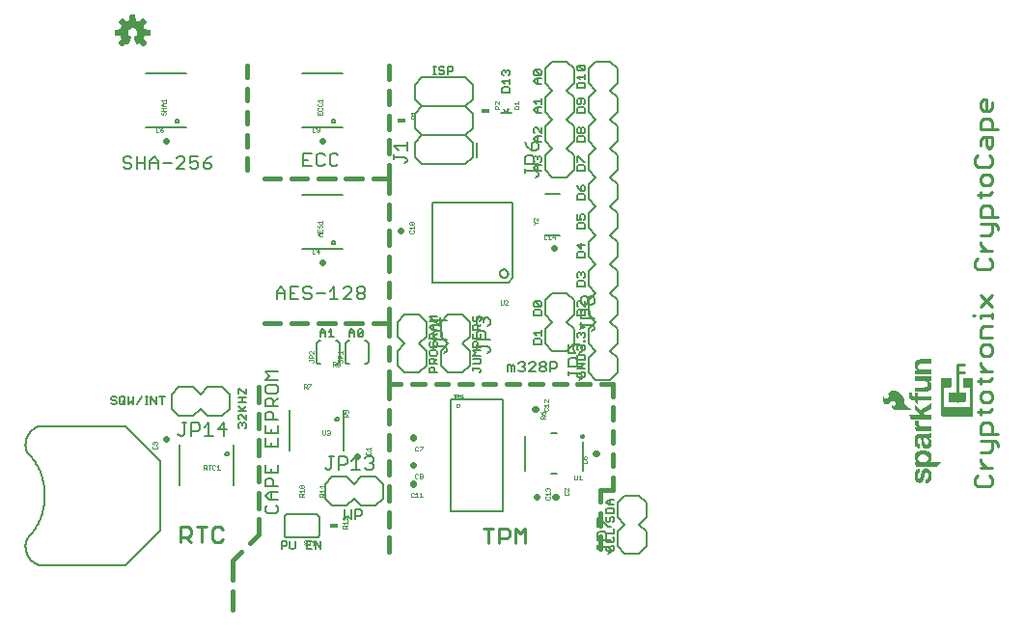
<source format=gbr>
G04 EAGLE Gerber RS-274X export*
G75*
%MOMM*%
%FSLAX34Y34*%
%LPD*%
%INSilkscreen Top*%
%IPPOS*%
%AMOC8*
5,1,8,0,0,1.08239X$1,22.5*%
G01*
%ADD10C,0.279400*%
%ADD11C,0.127000*%
%ADD12C,0.203200*%
%ADD13C,0.406400*%
%ADD14C,0.228600*%
%ADD15C,0.152400*%
%ADD16C,0.254000*%
%ADD17C,0.025400*%
%ADD18C,0.558800*%
%ADD19C,0.050000*%
%ADD20R,0.762000X0.457200*%

G36*
X831460Y177054D02*
X831460Y177054D01*
X831579Y177061D01*
X831617Y177074D01*
X831658Y177079D01*
X831768Y177122D01*
X831881Y177159D01*
X831916Y177181D01*
X831953Y177196D01*
X832049Y177266D01*
X832150Y177329D01*
X832178Y177359D01*
X832211Y177382D01*
X832287Y177474D01*
X832368Y177561D01*
X832388Y177596D01*
X832413Y177627D01*
X832464Y177735D01*
X832522Y177839D01*
X832532Y177879D01*
X832549Y177915D01*
X832571Y178032D01*
X832601Y178147D01*
X832605Y178208D01*
X832609Y178228D01*
X832607Y178248D01*
X832611Y178308D01*
X832611Y210058D01*
X832596Y210176D01*
X832589Y210295D01*
X832576Y210333D01*
X832571Y210374D01*
X832528Y210484D01*
X832491Y210597D01*
X832469Y210632D01*
X832454Y210669D01*
X832385Y210765D01*
X832321Y210866D01*
X832291Y210894D01*
X832268Y210927D01*
X832176Y211003D01*
X832089Y211084D01*
X832054Y211104D01*
X832023Y211129D01*
X831915Y211180D01*
X831811Y211238D01*
X831771Y211248D01*
X831735Y211265D01*
X831618Y211287D01*
X831503Y211317D01*
X831443Y211321D01*
X831423Y211325D01*
X831402Y211323D01*
X831342Y211327D01*
X824992Y211327D01*
X824874Y211312D01*
X824755Y211305D01*
X824717Y211292D01*
X824676Y211287D01*
X824566Y211244D01*
X824453Y211207D01*
X824418Y211185D01*
X824381Y211170D01*
X824285Y211101D01*
X824184Y211037D01*
X824156Y211007D01*
X824123Y210984D01*
X824048Y210892D01*
X823966Y210805D01*
X823946Y210770D01*
X823921Y210739D01*
X823870Y210631D01*
X823812Y210527D01*
X823802Y210487D01*
X823785Y210451D01*
X823763Y210334D01*
X823733Y210219D01*
X823729Y210159D01*
X823725Y210139D01*
X823726Y210124D01*
X823725Y210120D01*
X823726Y210109D01*
X823723Y210058D01*
X823723Y203708D01*
X823738Y203590D01*
X823745Y203471D01*
X823758Y203433D01*
X823763Y203392D01*
X823806Y203282D01*
X823843Y203169D01*
X823865Y203134D01*
X823880Y203097D01*
X823950Y203001D01*
X824013Y202900D01*
X824043Y202872D01*
X824066Y202839D01*
X824158Y202764D01*
X824245Y202682D01*
X824280Y202662D01*
X824311Y202637D01*
X824419Y202586D01*
X824523Y202528D01*
X824563Y202518D01*
X824599Y202501D01*
X824716Y202479D01*
X824831Y202449D01*
X824892Y202445D01*
X824912Y202441D01*
X824932Y202443D01*
X824992Y202439D01*
X830073Y202439D01*
X830073Y185927D01*
X807211Y185927D01*
X807211Y202439D01*
X812292Y202439D01*
X812410Y202454D01*
X812529Y202461D01*
X812567Y202474D01*
X812608Y202479D01*
X812718Y202522D01*
X812831Y202559D01*
X812866Y202581D01*
X812903Y202596D01*
X812999Y202666D01*
X813100Y202729D01*
X813128Y202759D01*
X813161Y202782D01*
X813237Y202874D01*
X813318Y202961D01*
X813338Y202996D01*
X813363Y203027D01*
X813414Y203135D01*
X813472Y203239D01*
X813482Y203279D01*
X813499Y203315D01*
X813521Y203432D01*
X813551Y203547D01*
X813555Y203608D01*
X813559Y203628D01*
X813557Y203648D01*
X813561Y203708D01*
X813561Y210058D01*
X813546Y210176D01*
X813539Y210295D01*
X813526Y210333D01*
X813521Y210374D01*
X813478Y210484D01*
X813441Y210597D01*
X813419Y210632D01*
X813404Y210669D01*
X813335Y210765D01*
X813271Y210866D01*
X813241Y210894D01*
X813218Y210927D01*
X813126Y211003D01*
X813039Y211084D01*
X813004Y211104D01*
X812973Y211129D01*
X812865Y211180D01*
X812761Y211238D01*
X812721Y211248D01*
X812685Y211265D01*
X812568Y211287D01*
X812453Y211317D01*
X812393Y211321D01*
X812373Y211325D01*
X812352Y211323D01*
X812292Y211327D01*
X805942Y211327D01*
X805824Y211312D01*
X805705Y211305D01*
X805667Y211292D01*
X805626Y211287D01*
X805516Y211244D01*
X805403Y211207D01*
X805368Y211185D01*
X805331Y211170D01*
X805235Y211101D01*
X805134Y211037D01*
X805106Y211007D01*
X805073Y210984D01*
X804998Y210892D01*
X804916Y210805D01*
X804896Y210770D01*
X804871Y210739D01*
X804820Y210631D01*
X804762Y210527D01*
X804752Y210487D01*
X804735Y210451D01*
X804713Y210334D01*
X804683Y210219D01*
X804679Y210159D01*
X804675Y210139D01*
X804676Y210124D01*
X804675Y210120D01*
X804676Y210109D01*
X804673Y210058D01*
X804673Y178308D01*
X804688Y178190D01*
X804695Y178071D01*
X804708Y178033D01*
X804713Y177992D01*
X804756Y177882D01*
X804793Y177769D01*
X804815Y177734D01*
X804830Y177697D01*
X804900Y177601D01*
X804963Y177500D01*
X804993Y177472D01*
X805016Y177439D01*
X805108Y177364D01*
X805195Y177282D01*
X805230Y177262D01*
X805261Y177237D01*
X805369Y177186D01*
X805473Y177128D01*
X805513Y177118D01*
X805549Y177101D01*
X805666Y177079D01*
X805781Y177049D01*
X805841Y177045D01*
X805862Y177041D01*
X805882Y177043D01*
X805942Y177039D01*
X831342Y177039D01*
X831460Y177054D01*
G37*
G36*
X104570Y501796D02*
X104570Y501796D01*
X104678Y501806D01*
X104691Y501812D01*
X104705Y501814D01*
X104802Y501862D01*
X104901Y501907D01*
X104914Y501918D01*
X104923Y501922D01*
X104938Y501938D01*
X105015Y502000D01*
X107600Y504585D01*
X107663Y504674D01*
X107729Y504759D01*
X107734Y504772D01*
X107742Y504784D01*
X107773Y504887D01*
X107809Y504990D01*
X107809Y505004D01*
X107813Y505017D01*
X107809Y505125D01*
X107810Y505234D01*
X107805Y505247D01*
X107805Y505261D01*
X107767Y505363D01*
X107732Y505465D01*
X107723Y505480D01*
X107719Y505489D01*
X107705Y505506D01*
X107651Y505588D01*
X104887Y508978D01*
X105444Y510060D01*
X105450Y510080D01*
X105492Y510175D01*
X105863Y511334D01*
X110214Y511777D01*
X110318Y511805D01*
X110424Y511830D01*
X110436Y511837D01*
X110449Y511840D01*
X110539Y511901D01*
X110632Y511958D01*
X110640Y511969D01*
X110652Y511977D01*
X110718Y512063D01*
X110787Y512147D01*
X110791Y512160D01*
X110800Y512171D01*
X110834Y512274D01*
X110873Y512375D01*
X110874Y512393D01*
X110878Y512402D01*
X110878Y512424D01*
X110887Y512522D01*
X110887Y516178D01*
X110870Y516285D01*
X110856Y516393D01*
X110850Y516405D01*
X110848Y516419D01*
X110796Y516515D01*
X110749Y516612D01*
X110739Y516622D01*
X110733Y516634D01*
X110653Y516708D01*
X110577Y516785D01*
X110565Y516791D01*
X110555Y516801D01*
X110456Y516846D01*
X110359Y516894D01*
X110341Y516898D01*
X110332Y516902D01*
X110311Y516904D01*
X110214Y516923D01*
X105863Y517366D01*
X105492Y518525D01*
X105483Y518542D01*
X105481Y518550D01*
X105477Y518557D01*
X105444Y518640D01*
X104887Y519722D01*
X107651Y523112D01*
X107705Y523206D01*
X107762Y523298D01*
X107765Y523311D01*
X107772Y523323D01*
X107793Y523430D01*
X107818Y523535D01*
X107816Y523549D01*
X107819Y523563D01*
X107804Y523670D01*
X107794Y523778D01*
X107788Y523791D01*
X107786Y523805D01*
X107738Y523902D01*
X107693Y524001D01*
X107682Y524014D01*
X107678Y524023D01*
X107662Y524038D01*
X107600Y524115D01*
X105015Y526700D01*
X104926Y526763D01*
X104841Y526829D01*
X104828Y526834D01*
X104816Y526842D01*
X104713Y526873D01*
X104610Y526909D01*
X104596Y526909D01*
X104583Y526913D01*
X104475Y526909D01*
X104366Y526910D01*
X104353Y526905D01*
X104339Y526905D01*
X104237Y526867D01*
X104135Y526832D01*
X104120Y526823D01*
X104111Y526819D01*
X104094Y526805D01*
X104012Y526751D01*
X100622Y523987D01*
X99540Y524544D01*
X99520Y524550D01*
X99425Y524592D01*
X98266Y524963D01*
X97823Y529314D01*
X97795Y529418D01*
X97770Y529524D01*
X97763Y529536D01*
X97760Y529549D01*
X97699Y529639D01*
X97642Y529732D01*
X97631Y529740D01*
X97623Y529752D01*
X97537Y529818D01*
X97453Y529887D01*
X97440Y529891D01*
X97429Y529900D01*
X97326Y529934D01*
X97225Y529973D01*
X97207Y529974D01*
X97198Y529978D01*
X97176Y529978D01*
X97078Y529987D01*
X93422Y529987D01*
X93315Y529970D01*
X93207Y529956D01*
X93195Y529950D01*
X93181Y529948D01*
X93085Y529896D01*
X92988Y529849D01*
X92978Y529839D01*
X92966Y529833D01*
X92892Y529753D01*
X92815Y529677D01*
X92809Y529665D01*
X92799Y529655D01*
X92754Y529556D01*
X92706Y529459D01*
X92702Y529441D01*
X92698Y529432D01*
X92696Y529411D01*
X92677Y529314D01*
X92234Y524963D01*
X91075Y524592D01*
X91057Y524582D01*
X90960Y524544D01*
X89878Y523987D01*
X86488Y526751D01*
X86394Y526805D01*
X86302Y526862D01*
X86289Y526865D01*
X86277Y526872D01*
X86170Y526893D01*
X86065Y526918D01*
X86051Y526916D01*
X86037Y526919D01*
X85930Y526904D01*
X85822Y526894D01*
X85809Y526888D01*
X85796Y526886D01*
X85698Y526838D01*
X85599Y526793D01*
X85586Y526782D01*
X85577Y526778D01*
X85562Y526762D01*
X85485Y526700D01*
X82900Y524115D01*
X82837Y524026D01*
X82771Y523941D01*
X82766Y523928D01*
X82758Y523916D01*
X82727Y523813D01*
X82691Y523710D01*
X82691Y523696D01*
X82687Y523683D01*
X82691Y523575D01*
X82690Y523466D01*
X82695Y523453D01*
X82695Y523439D01*
X82733Y523337D01*
X82768Y523235D01*
X82777Y523220D01*
X82781Y523211D01*
X82795Y523194D01*
X82849Y523112D01*
X85613Y519722D01*
X85056Y518640D01*
X85050Y518620D01*
X85008Y518525D01*
X84637Y517366D01*
X80286Y516923D01*
X80182Y516895D01*
X80076Y516870D01*
X80064Y516863D01*
X80051Y516860D01*
X79961Y516799D01*
X79868Y516742D01*
X79860Y516731D01*
X79848Y516723D01*
X79782Y516637D01*
X79714Y516553D01*
X79709Y516540D01*
X79700Y516529D01*
X79666Y516426D01*
X79627Y516325D01*
X79626Y516307D01*
X79622Y516298D01*
X79623Y516276D01*
X79613Y516178D01*
X79613Y512522D01*
X79630Y512415D01*
X79644Y512307D01*
X79650Y512295D01*
X79652Y512281D01*
X79704Y512185D01*
X79751Y512088D01*
X79761Y512078D01*
X79767Y512066D01*
X79847Y511992D01*
X79923Y511915D01*
X79935Y511909D01*
X79946Y511899D01*
X80044Y511854D01*
X80141Y511806D01*
X80159Y511802D01*
X80168Y511798D01*
X80189Y511796D01*
X80286Y511777D01*
X84637Y511334D01*
X85008Y510175D01*
X85018Y510157D01*
X85056Y510060D01*
X85613Y508978D01*
X82849Y505588D01*
X82795Y505494D01*
X82738Y505402D01*
X82735Y505389D01*
X82728Y505377D01*
X82707Y505270D01*
X82682Y505165D01*
X82684Y505151D01*
X82681Y505137D01*
X82696Y505030D01*
X82706Y504922D01*
X82712Y504909D01*
X82714Y504896D01*
X82762Y504798D01*
X82807Y504699D01*
X82818Y504686D01*
X82822Y504677D01*
X82838Y504662D01*
X82900Y504585D01*
X85485Y502000D01*
X85574Y501937D01*
X85659Y501871D01*
X85672Y501866D01*
X85684Y501858D01*
X85787Y501827D01*
X85890Y501791D01*
X85904Y501791D01*
X85917Y501787D01*
X86025Y501791D01*
X86134Y501790D01*
X86147Y501795D01*
X86161Y501795D01*
X86263Y501833D01*
X86365Y501868D01*
X86380Y501877D01*
X86389Y501881D01*
X86406Y501895D01*
X86488Y501949D01*
X89878Y504713D01*
X90960Y504156D01*
X91013Y504139D01*
X91062Y504113D01*
X91128Y504102D01*
X91192Y504081D01*
X91248Y504082D01*
X91302Y504073D01*
X91369Y504084D01*
X91436Y504085D01*
X91488Y504103D01*
X91543Y504112D01*
X91603Y504144D01*
X91666Y504167D01*
X91709Y504201D01*
X91759Y504227D01*
X91805Y504276D01*
X91857Y504318D01*
X91888Y504365D01*
X91926Y504405D01*
X91982Y504510D01*
X91990Y504523D01*
X91991Y504528D01*
X91995Y504535D01*
X94148Y509732D01*
X94168Y509816D01*
X94173Y509828D01*
X94175Y509844D01*
X94200Y509930D01*
X94199Y509950D01*
X94204Y509970D01*
X94196Y510052D01*
X94197Y510071D01*
X94193Y510091D01*
X94189Y510174D01*
X94182Y510193D01*
X94180Y510213D01*
X94148Y510282D01*
X94142Y510309D01*
X94127Y510333D01*
X94100Y510402D01*
X94087Y510417D01*
X94079Y510435D01*
X94034Y510484D01*
X94014Y510516D01*
X93982Y510542D01*
X93943Y510588D01*
X93922Y510603D01*
X93912Y510613D01*
X93891Y510625D01*
X93828Y510669D01*
X93825Y510671D01*
X93824Y510671D01*
X93822Y510673D01*
X92938Y511168D01*
X92259Y511795D01*
X91745Y512564D01*
X91425Y513432D01*
X91317Y514349D01*
X91430Y515284D01*
X91761Y516165D01*
X92293Y516942D01*
X92994Y517571D01*
X93824Y518014D01*
X94736Y518248D01*
X95678Y518258D01*
X96594Y518044D01*
X97434Y517619D01*
X98148Y517006D01*
X98697Y516241D01*
X99048Y515367D01*
X99181Y514435D01*
X99089Y513498D01*
X98777Y512610D01*
X98262Y511822D01*
X97575Y511178D01*
X96676Y510672D01*
X96636Y510639D01*
X96594Y510617D01*
X96563Y510584D01*
X96515Y510549D01*
X96502Y510532D01*
X96486Y510519D01*
X96451Y510465D01*
X96427Y510439D01*
X96414Y510408D01*
X96372Y510351D01*
X96366Y510331D01*
X96355Y510313D01*
X96337Y510240D01*
X96327Y510217D01*
X96324Y510193D01*
X96301Y510118D01*
X96302Y510097D01*
X96297Y510076D01*
X96304Y509992D01*
X96303Y509974D01*
X96306Y509958D01*
X96309Y509874D01*
X96317Y509848D01*
X96318Y509833D01*
X96328Y509811D01*
X96352Y509732D01*
X96660Y508987D01*
X96661Y508987D01*
X96971Y508238D01*
X97281Y507489D01*
X97281Y507488D01*
X97592Y506740D01*
X97592Y506739D01*
X97902Y505990D01*
X98212Y505241D01*
X98213Y505241D01*
X98505Y504535D01*
X98534Y504488D01*
X98555Y504436D01*
X98598Y504385D01*
X98634Y504328D01*
X98677Y504293D01*
X98713Y504250D01*
X98770Y504216D01*
X98822Y504173D01*
X98874Y504154D01*
X98922Y504125D01*
X98988Y504111D01*
X99051Y504087D01*
X99106Y504085D01*
X99160Y504074D01*
X99227Y504081D01*
X99294Y504079D01*
X99348Y504095D01*
X99403Y504102D01*
X99514Y504146D01*
X99528Y504150D01*
X99532Y504153D01*
X99540Y504156D01*
X100622Y504713D01*
X104012Y501949D01*
X104106Y501895D01*
X104198Y501838D01*
X104211Y501835D01*
X104223Y501828D01*
X104330Y501807D01*
X104435Y501782D01*
X104449Y501784D01*
X104463Y501781D01*
X104570Y501796D01*
G37*
G36*
X778685Y182899D02*
X778685Y182899D01*
X778685Y182900D01*
X778685Y183000D01*
X778683Y183002D01*
X778683Y183004D01*
X778383Y183204D01*
X778084Y183504D01*
X778083Y183504D01*
X777683Y183804D01*
X777184Y184304D01*
X777183Y184304D01*
X776583Y184804D01*
X775984Y185404D01*
X775983Y185404D01*
X775283Y185904D01*
X774584Y186604D01*
X773984Y187204D01*
X773983Y187204D01*
X773384Y187704D01*
X772984Y188203D01*
X772584Y188703D01*
X772285Y189202D01*
X772185Y189800D01*
X772185Y191700D01*
X772185Y191701D01*
X771985Y192901D01*
X771685Y194001D01*
X771684Y194002D01*
X771685Y194002D01*
X771285Y195002D01*
X771284Y195002D01*
X771284Y195003D01*
X770684Y196003D01*
X769984Y196803D01*
X769984Y196804D01*
X769184Y197604D01*
X769183Y197604D01*
X768283Y198304D01*
X768282Y198304D01*
X766482Y199304D01*
X766481Y199305D01*
X764681Y199805D01*
X764681Y199804D01*
X764680Y199805D01*
X764614Y199809D01*
X764525Y199814D01*
X764524Y199814D01*
X764435Y199819D01*
X764346Y199824D01*
X764256Y199829D01*
X764167Y199833D01*
X764167Y199834D01*
X764078Y199838D01*
X764077Y199838D01*
X763988Y199843D01*
X763899Y199848D01*
X763898Y199848D01*
X763809Y199853D01*
X763720Y199858D01*
X763630Y199863D01*
X763541Y199868D01*
X763452Y199873D01*
X763451Y199873D01*
X763362Y199878D01*
X763273Y199883D01*
X763272Y199883D01*
X763183Y199888D01*
X763094Y199893D01*
X763093Y199893D01*
X763004Y199898D01*
X762915Y199903D01*
X762880Y199905D01*
X762880Y199904D01*
X762879Y199905D01*
X761279Y199605D01*
X761279Y199604D01*
X761278Y199605D01*
X759878Y199105D01*
X759878Y199104D01*
X758678Y198404D01*
X758677Y198404D01*
X757777Y197604D01*
X757777Y197603D01*
X757776Y197602D01*
X757376Y196802D01*
X757376Y196801D01*
X757375Y196801D01*
X757376Y196799D01*
X757377Y196796D01*
X757379Y196796D01*
X757380Y196795D01*
X758179Y196795D01*
X758478Y196695D01*
X758777Y196596D01*
X758976Y196298D01*
X759075Y195999D01*
X759075Y195301D01*
X758676Y194502D01*
X758476Y194203D01*
X758176Y193803D01*
X757976Y193503D01*
X757677Y193204D01*
X757278Y193004D01*
X757277Y193004D01*
X756978Y192805D01*
X756579Y192705D01*
X756578Y192705D01*
X756280Y192605D01*
X755982Y192705D01*
X755782Y192804D01*
X755782Y192805D01*
X755482Y192905D01*
X755184Y193104D01*
X754884Y193503D01*
X754685Y193902D01*
X754585Y194401D01*
X754485Y194801D01*
X754485Y195099D01*
X754585Y195398D01*
X754584Y195399D01*
X754585Y195400D01*
X754585Y195700D01*
X754584Y195701D01*
X754584Y195703D01*
X754582Y195703D01*
X754581Y195705D01*
X754580Y195704D01*
X754579Y195704D01*
X754578Y195703D01*
X754576Y195704D01*
X754476Y195604D01*
X754476Y195603D01*
X754176Y195203D01*
X754176Y195202D01*
X753876Y194602D01*
X753875Y194602D01*
X753575Y193802D01*
X753275Y192902D01*
X753276Y192901D01*
X753275Y192900D01*
X753275Y191900D01*
X753275Y191899D01*
X753475Y190799D01*
X753476Y190798D01*
X754076Y189698D01*
X754076Y189697D01*
X754876Y188797D01*
X754877Y188797D01*
X754877Y188796D01*
X755577Y188296D01*
X755578Y188296D01*
X755578Y188295D01*
X756478Y187995D01*
X756479Y187996D01*
X756480Y187995D01*
X757280Y187995D01*
X757281Y187996D01*
X757281Y187995D01*
X758181Y188195D01*
X758182Y188196D01*
X759082Y188696D01*
X759083Y188696D01*
X759883Y189396D01*
X760783Y190196D01*
X761583Y190896D01*
X762281Y191195D01*
X762979Y191195D01*
X763578Y190996D01*
X764076Y190597D01*
X764475Y189998D01*
X764675Y189199D01*
X764675Y188401D01*
X764575Y187901D01*
X764376Y187402D01*
X764176Y187103D01*
X763877Y186804D01*
X763478Y186605D01*
X763179Y186505D01*
X762881Y186505D01*
X762582Y186605D01*
X762283Y186804D01*
X761884Y187203D01*
X761785Y187502D01*
X761784Y187502D01*
X761584Y187902D01*
X761583Y187903D01*
X761584Y187904D01*
X761484Y188004D01*
X761483Y188004D01*
X761481Y188004D01*
X761477Y188004D01*
X761477Y188003D01*
X761476Y188002D01*
X761376Y187802D01*
X761376Y187801D01*
X761375Y187800D01*
X761375Y187601D01*
X761275Y187201D01*
X761276Y187200D01*
X761275Y187200D01*
X761275Y186400D01*
X761275Y186399D01*
X761375Y185799D01*
X761376Y185799D01*
X761375Y185798D01*
X761775Y184798D01*
X761776Y184798D01*
X761776Y184797D01*
X762076Y184397D01*
X762376Y183897D01*
X762377Y183897D01*
X762377Y183896D01*
X762877Y183596D01*
X762878Y183596D01*
X763478Y183296D01*
X763478Y183295D01*
X764078Y183095D01*
X764079Y183096D01*
X764079Y183095D01*
X765879Y182895D01*
X765880Y182895D01*
X778680Y182895D01*
X778685Y182899D01*
G37*
G36*
X800782Y133397D02*
X800782Y133397D01*
X800784Y133397D01*
X801184Y133897D01*
X802084Y134796D01*
X802084Y134797D01*
X803284Y136297D01*
X804184Y137196D01*
X804184Y137198D01*
X804185Y137199D01*
X804184Y137201D01*
X804184Y137203D01*
X804182Y137203D01*
X804180Y137205D01*
X793985Y137205D01*
X793985Y137298D01*
X794983Y138096D01*
X794983Y138097D01*
X794984Y138097D01*
X795584Y139097D01*
X795584Y139098D01*
X795884Y139698D01*
X795884Y139699D01*
X795885Y139699D01*
X795886Y139705D01*
X795887Y139715D01*
X795888Y139715D01*
X795887Y139715D01*
X795889Y139725D01*
X795891Y139734D01*
X795891Y139735D01*
X795892Y139744D01*
X795894Y139754D01*
X795896Y139764D01*
X795897Y139774D01*
X795899Y139784D01*
X795901Y139794D01*
X795902Y139804D01*
X795904Y139814D01*
X795906Y139824D01*
X795907Y139834D01*
X795909Y139844D01*
X795911Y139854D01*
X795912Y139864D01*
X795914Y139874D01*
X795916Y139884D01*
X795917Y139893D01*
X795917Y139894D01*
X795919Y139903D01*
X795921Y139913D01*
X795922Y139923D01*
X795924Y139933D01*
X795926Y139943D01*
X795927Y139953D01*
X795929Y139963D01*
X795931Y139973D01*
X795932Y139983D01*
X795934Y139993D01*
X795936Y140003D01*
X795937Y140013D01*
X795939Y140023D01*
X795940Y140033D01*
X795941Y140033D01*
X795940Y140033D01*
X795942Y140043D01*
X795944Y140052D01*
X795944Y140053D01*
X795945Y140062D01*
X795947Y140072D01*
X795949Y140082D01*
X795950Y140092D01*
X795952Y140102D01*
X795954Y140112D01*
X795955Y140122D01*
X795957Y140132D01*
X795959Y140142D01*
X795960Y140152D01*
X795962Y140162D01*
X795964Y140172D01*
X795965Y140182D01*
X795967Y140192D01*
X795969Y140202D01*
X795970Y140211D01*
X795970Y140212D01*
X795972Y140221D01*
X795974Y140231D01*
X795975Y140241D01*
X795977Y140251D01*
X795979Y140261D01*
X795980Y140271D01*
X795982Y140281D01*
X795984Y140291D01*
X795985Y140299D01*
X795985Y140301D01*
X795987Y140311D01*
X795989Y140321D01*
X795990Y140331D01*
X795992Y140341D01*
X795993Y140351D01*
X795994Y140351D01*
X795993Y140351D01*
X795995Y140361D01*
X795997Y140370D01*
X795997Y140371D01*
X795998Y140380D01*
X796000Y140390D01*
X796002Y140400D01*
X796003Y140410D01*
X796005Y140420D01*
X796007Y140430D01*
X796008Y140440D01*
X796010Y140450D01*
X796012Y140460D01*
X796013Y140470D01*
X796015Y140480D01*
X796017Y140490D01*
X796018Y140500D01*
X796020Y140510D01*
X796022Y140520D01*
X796023Y140529D01*
X796023Y140530D01*
X796025Y140539D01*
X796027Y140549D01*
X796028Y140559D01*
X796030Y140569D01*
X796032Y140579D01*
X796033Y140589D01*
X796035Y140599D01*
X796037Y140609D01*
X796038Y140619D01*
X796040Y140629D01*
X796042Y140639D01*
X796043Y140649D01*
X796045Y140659D01*
X796046Y140669D01*
X796047Y140669D01*
X796046Y140669D01*
X796048Y140679D01*
X796050Y140688D01*
X796050Y140689D01*
X796051Y140698D01*
X796053Y140708D01*
X796055Y140718D01*
X796056Y140728D01*
X796058Y140738D01*
X796060Y140748D01*
X796061Y140758D01*
X796063Y140768D01*
X796065Y140778D01*
X796066Y140788D01*
X796068Y140798D01*
X796070Y140808D01*
X796071Y140818D01*
X796073Y140828D01*
X796075Y140838D01*
X796076Y140847D01*
X796076Y140848D01*
X796078Y140857D01*
X796080Y140867D01*
X796081Y140877D01*
X796083Y140887D01*
X796085Y140897D01*
X796085Y140899D01*
X796086Y140907D01*
X796088Y140917D01*
X796090Y140927D01*
X796091Y140937D01*
X796093Y140947D01*
X796095Y140957D01*
X796096Y140967D01*
X796098Y140977D01*
X796099Y140987D01*
X796100Y140987D01*
X796099Y140987D01*
X796101Y140997D01*
X796103Y141006D01*
X796103Y141007D01*
X796104Y141016D01*
X796106Y141026D01*
X796108Y141036D01*
X796109Y141046D01*
X796111Y141056D01*
X796113Y141066D01*
X796114Y141076D01*
X796116Y141086D01*
X796118Y141096D01*
X796119Y141106D01*
X796121Y141116D01*
X796123Y141126D01*
X796124Y141136D01*
X796126Y141146D01*
X796128Y141156D01*
X796129Y141165D01*
X796129Y141166D01*
X796131Y141175D01*
X796133Y141185D01*
X796134Y141195D01*
X796136Y141205D01*
X796138Y141215D01*
X796139Y141225D01*
X796141Y141235D01*
X796143Y141245D01*
X796144Y141255D01*
X796146Y141265D01*
X796148Y141275D01*
X796149Y141285D01*
X796151Y141295D01*
X796152Y141305D01*
X796153Y141305D01*
X796152Y141305D01*
X796154Y141315D01*
X796156Y141324D01*
X796156Y141325D01*
X796157Y141334D01*
X796159Y141344D01*
X796161Y141354D01*
X796162Y141364D01*
X796164Y141374D01*
X796166Y141384D01*
X796167Y141394D01*
X796169Y141404D01*
X796171Y141414D01*
X796172Y141424D01*
X796174Y141434D01*
X796176Y141444D01*
X796177Y141454D01*
X796179Y141464D01*
X796181Y141474D01*
X796182Y141483D01*
X796182Y141484D01*
X796184Y141493D01*
X796185Y141499D01*
X796184Y141500D01*
X796185Y141501D01*
X795985Y143001D01*
X795984Y143001D01*
X795985Y143002D01*
X795585Y144202D01*
X795584Y144202D01*
X795584Y144203D01*
X794784Y145303D01*
X794784Y145304D01*
X793884Y146204D01*
X793883Y146204D01*
X793882Y146204D01*
X792782Y146804D01*
X792782Y146805D01*
X791582Y147305D01*
X791581Y147304D01*
X791581Y147305D01*
X790281Y147605D01*
X790280Y147605D01*
X790231Y147609D01*
X790230Y147609D01*
X790161Y147614D01*
X790091Y147618D01*
X790022Y147623D01*
X789952Y147628D01*
X789883Y147633D01*
X789813Y147638D01*
X789744Y147643D01*
X789674Y147648D01*
X789605Y147653D01*
X789604Y147653D01*
X789535Y147658D01*
X789465Y147663D01*
X789396Y147668D01*
X789326Y147673D01*
X789257Y147678D01*
X789187Y147683D01*
X789118Y147688D01*
X789117Y147688D01*
X789048Y147693D01*
X788978Y147698D01*
X788909Y147703D01*
X788880Y147705D01*
X788806Y147700D01*
X788732Y147695D01*
X788731Y147695D01*
X788657Y147690D01*
X788582Y147685D01*
X788508Y147680D01*
X788433Y147675D01*
X788359Y147670D01*
X788284Y147665D01*
X788210Y147660D01*
X788135Y147655D01*
X788061Y147650D01*
X787986Y147645D01*
X787912Y147640D01*
X787837Y147635D01*
X787763Y147631D01*
X787688Y147626D01*
X787614Y147621D01*
X787613Y147621D01*
X787539Y147616D01*
X787465Y147611D01*
X787464Y147611D01*
X787390Y147606D01*
X787380Y147605D01*
X787379Y147605D01*
X785979Y147305D01*
X784679Y146905D01*
X784678Y146904D01*
X784677Y146904D01*
X783577Y146204D01*
X782577Y145304D01*
X782577Y145303D01*
X782576Y145303D01*
X781876Y144203D01*
X781876Y144202D01*
X781875Y144202D01*
X781375Y142802D01*
X781375Y142801D01*
X781376Y142801D01*
X781375Y142800D01*
X781275Y141300D01*
X781275Y140600D01*
X781275Y140599D01*
X781475Y139399D01*
X781476Y139398D01*
X781476Y139397D01*
X782076Y138397D01*
X782476Y137897D01*
X782477Y137897D01*
X782476Y137896D01*
X782876Y137496D01*
X782877Y137496D01*
X783366Y137105D01*
X781580Y137105D01*
X781579Y137104D01*
X781575Y137101D01*
X781576Y137100D01*
X781575Y137099D01*
X781775Y136099D01*
X781875Y135699D01*
X781975Y135199D01*
X782075Y134799D01*
X782075Y134300D01*
X782075Y134299D01*
X782175Y133799D01*
X782275Y133399D01*
X782279Y133396D01*
X782280Y133395D01*
X800780Y133395D01*
X800782Y133397D01*
G37*
G36*
X791980Y148796D02*
X791980Y148796D01*
X791981Y148795D01*
X792481Y148895D01*
X792980Y148895D01*
X792981Y148896D01*
X792982Y148896D01*
X793382Y149095D01*
X793881Y149195D01*
X793882Y149196D01*
X793883Y149196D01*
X794183Y149396D01*
X794583Y149696D01*
X794883Y149896D01*
X794883Y149897D01*
X794884Y149896D01*
X795184Y150196D01*
X795184Y150198D01*
X795384Y150598D01*
X795584Y150897D01*
X795584Y150898D01*
X795784Y151298D01*
X795785Y151298D01*
X795985Y151798D01*
X795984Y151799D01*
X795985Y151799D01*
X796085Y152199D01*
X796084Y152200D01*
X796085Y152200D01*
X796085Y152700D01*
X796088Y152715D01*
X796093Y152740D01*
X796098Y152764D01*
X796103Y152789D01*
X796108Y152814D01*
X796113Y152839D01*
X796118Y152864D01*
X796123Y152889D01*
X796128Y152913D01*
X796128Y152914D01*
X796133Y152938D01*
X796138Y152963D01*
X796143Y152988D01*
X796148Y153013D01*
X796153Y153038D01*
X796158Y153063D01*
X796163Y153087D01*
X796168Y153112D01*
X796172Y153137D01*
X796173Y153137D01*
X796177Y153162D01*
X796182Y153187D01*
X796185Y153199D01*
X796185Y153200D01*
X796185Y154300D01*
X796184Y154301D01*
X796185Y154302D01*
X796085Y154601D01*
X796085Y155000D01*
X796084Y155001D01*
X796085Y155002D01*
X795985Y155301D01*
X795985Y155600D01*
X795984Y155601D01*
X795985Y155602D01*
X795585Y156802D01*
X795584Y156802D01*
X795584Y156803D01*
X795385Y157102D01*
X795285Y157402D01*
X795284Y157402D01*
X795284Y157403D01*
X795084Y157703D01*
X795084Y157704D01*
X794884Y157903D01*
X794684Y158203D01*
X794683Y158203D01*
X794683Y158204D01*
X794396Y158395D01*
X794980Y158395D01*
X794982Y158397D01*
X794984Y158396D01*
X795082Y158495D01*
X795380Y158495D01*
X795382Y158497D01*
X795384Y158496D01*
X795482Y158595D01*
X795580Y158595D01*
X795582Y158597D01*
X795584Y158596D01*
X795682Y158695D01*
X795780Y158695D01*
X795785Y158699D01*
X795785Y158700D01*
X795785Y162600D01*
X795781Y162605D01*
X795780Y162605D01*
X795680Y162605D01*
X795678Y162603D01*
X795676Y162604D01*
X795577Y162504D01*
X795379Y162405D01*
X795080Y162405D01*
X795079Y162404D01*
X795078Y162404D01*
X794879Y162305D01*
X794680Y162305D01*
X794679Y162304D01*
X794678Y162304D01*
X794479Y162205D01*
X793580Y162205D01*
X793579Y162204D01*
X793578Y162204D01*
X793379Y162105D01*
X784680Y162105D01*
X784679Y162105D01*
X784179Y162005D01*
X784179Y162004D01*
X784178Y162005D01*
X783678Y161805D01*
X783678Y161804D01*
X783278Y161604D01*
X783277Y161604D01*
X782877Y161304D01*
X782877Y161303D01*
X782876Y161303D01*
X781976Y160103D01*
X781976Y160102D01*
X781975Y160102D01*
X781775Y159602D01*
X781776Y159601D01*
X781775Y159601D01*
X781772Y159583D01*
X781771Y159583D01*
X781767Y159558D01*
X781762Y159533D01*
X781757Y159508D01*
X781752Y159483D01*
X781747Y159459D01*
X781742Y159434D01*
X781737Y159409D01*
X781732Y159384D01*
X781727Y159359D01*
X781722Y159334D01*
X781717Y159310D01*
X781717Y159309D01*
X781712Y159285D01*
X781707Y159260D01*
X781702Y159235D01*
X781697Y159210D01*
X781692Y159185D01*
X781687Y159160D01*
X781682Y159136D01*
X781677Y159111D01*
X781675Y159101D01*
X781475Y158602D01*
X781476Y158601D01*
X781475Y158601D01*
X781473Y158589D01*
X781468Y158564D01*
X781463Y158539D01*
X781458Y158515D01*
X781458Y158514D01*
X781453Y158490D01*
X781448Y158465D01*
X781443Y158440D01*
X781438Y158415D01*
X781433Y158390D01*
X781428Y158365D01*
X781423Y158341D01*
X781418Y158316D01*
X781413Y158291D01*
X781408Y158266D01*
X781403Y158241D01*
X781398Y158216D01*
X781393Y158192D01*
X781388Y158167D01*
X781383Y158142D01*
X781378Y158117D01*
X781375Y158101D01*
X781375Y158100D01*
X781375Y157501D01*
X781374Y157496D01*
X781369Y157471D01*
X781364Y157446D01*
X781359Y157421D01*
X781354Y157397D01*
X781349Y157372D01*
X781344Y157347D01*
X781339Y157322D01*
X781334Y157297D01*
X781329Y157272D01*
X781324Y157248D01*
X781324Y157247D01*
X781319Y157223D01*
X781315Y157198D01*
X781314Y157198D01*
X781310Y157173D01*
X781305Y157148D01*
X781300Y157123D01*
X781295Y157098D01*
X781290Y157074D01*
X781285Y157049D01*
X781280Y157024D01*
X781275Y157001D01*
X781275Y157000D01*
X781275Y154700D01*
X781275Y154699D01*
X781375Y154199D01*
X781475Y153599D01*
X781476Y153599D01*
X781475Y153598D01*
X781675Y152999D01*
X781775Y152499D01*
X781776Y152499D01*
X781775Y152498D01*
X781975Y151998D01*
X781976Y151998D01*
X781976Y151997D01*
X782576Y150997D01*
X782876Y150597D01*
X782877Y150597D01*
X782877Y150596D01*
X783277Y150296D01*
X783777Y149996D01*
X784177Y149696D01*
X784178Y149696D01*
X784178Y149695D01*
X784778Y149495D01*
X784779Y149496D01*
X784779Y149495D01*
X785979Y149295D01*
X785980Y149296D01*
X785985Y149299D01*
X785984Y149299D01*
X785985Y149300D01*
X785985Y153200D01*
X785981Y153205D01*
X785980Y153205D01*
X785481Y153205D01*
X785282Y153304D01*
X785282Y153305D01*
X784982Y153405D01*
X784783Y153504D01*
X784384Y153903D01*
X783885Y154901D01*
X783885Y156699D01*
X783984Y156898D01*
X783984Y156899D01*
X783985Y156900D01*
X783985Y157099D01*
X784284Y157696D01*
X784482Y157796D01*
X784483Y157797D01*
X784484Y157796D01*
X784583Y157896D01*
X785181Y158195D01*
X786278Y158195D01*
X786676Y157897D01*
X786976Y157398D01*
X787175Y156798D01*
X787375Y156099D01*
X787475Y155399D01*
X787575Y154499D01*
X787775Y152699D01*
X787975Y151899D01*
X787976Y151899D01*
X787975Y151898D01*
X788275Y151098D01*
X788276Y151098D01*
X788676Y150398D01*
X788676Y150397D01*
X789276Y149697D01*
X789277Y149697D01*
X789278Y149696D01*
X789978Y149296D01*
X789978Y149295D01*
X790878Y148995D01*
X790879Y148995D01*
X791979Y148795D01*
X791980Y148796D01*
G37*
G36*
X795785Y174899D02*
X795785Y174899D01*
X795785Y174900D01*
X795785Y178800D01*
X795781Y178805D01*
X795780Y178805D01*
X790882Y178805D01*
X789488Y180299D01*
X795783Y184196D01*
X795784Y184199D01*
X795785Y184200D01*
X795785Y188900D01*
X795784Y188901D01*
X795784Y188902D01*
X795783Y188903D01*
X795781Y188905D01*
X795779Y188904D01*
X795777Y188904D01*
X786781Y183006D01*
X781584Y188304D01*
X781582Y188304D01*
X781581Y188305D01*
X781579Y188304D01*
X781577Y188304D01*
X781577Y188302D01*
X781575Y188300D01*
X781575Y183700D01*
X781577Y183698D01*
X781577Y183696D01*
X786668Y178805D01*
X776280Y178805D01*
X776279Y178804D01*
X776278Y178805D01*
X776278Y178803D01*
X776275Y178801D01*
X776276Y178799D01*
X776276Y178798D01*
X778376Y174898D01*
X778379Y174896D01*
X778380Y174895D01*
X795780Y174895D01*
X795785Y174899D01*
G37*
G36*
X825110Y189754D02*
X825110Y189754D01*
X825229Y189761D01*
X825267Y189774D01*
X825308Y189779D01*
X825418Y189822D01*
X825531Y189859D01*
X825566Y189881D01*
X825603Y189896D01*
X825699Y189966D01*
X825800Y190029D01*
X825828Y190059D01*
X825861Y190082D01*
X825937Y190174D01*
X826018Y190261D01*
X826038Y190296D01*
X826063Y190327D01*
X826114Y190435D01*
X826172Y190539D01*
X826182Y190579D01*
X826199Y190615D01*
X826221Y190732D01*
X826251Y190847D01*
X826255Y190908D01*
X826259Y190928D01*
X826257Y190948D01*
X826261Y191008D01*
X826261Y197358D01*
X826246Y197476D01*
X826239Y197595D01*
X826226Y197633D01*
X826221Y197674D01*
X826178Y197784D01*
X826141Y197897D01*
X826119Y197932D01*
X826104Y197969D01*
X826035Y198065D01*
X825971Y198166D01*
X825941Y198194D01*
X825918Y198227D01*
X825826Y198303D01*
X825739Y198384D01*
X825704Y198404D01*
X825673Y198429D01*
X825565Y198480D01*
X825461Y198538D01*
X825421Y198548D01*
X825385Y198565D01*
X825268Y198587D01*
X825153Y198617D01*
X825093Y198621D01*
X825073Y198625D01*
X825052Y198623D01*
X824992Y198627D01*
X812292Y198627D01*
X812174Y198612D01*
X812055Y198605D01*
X812017Y198592D01*
X811976Y198587D01*
X811866Y198544D01*
X811753Y198507D01*
X811718Y198485D01*
X811681Y198470D01*
X811585Y198401D01*
X811484Y198337D01*
X811456Y198307D01*
X811423Y198284D01*
X811348Y198192D01*
X811266Y198105D01*
X811246Y198070D01*
X811221Y198039D01*
X811170Y197931D01*
X811112Y197827D01*
X811102Y197787D01*
X811085Y197751D01*
X811063Y197634D01*
X811033Y197519D01*
X811029Y197459D01*
X811025Y197439D01*
X811026Y197436D01*
X811025Y197435D01*
X811026Y197416D01*
X811023Y197358D01*
X811023Y191008D01*
X811038Y190890D01*
X811045Y190771D01*
X811058Y190733D01*
X811063Y190692D01*
X811106Y190582D01*
X811143Y190469D01*
X811165Y190434D01*
X811180Y190397D01*
X811250Y190301D01*
X811313Y190200D01*
X811343Y190172D01*
X811366Y190139D01*
X811458Y190064D01*
X811545Y189982D01*
X811580Y189962D01*
X811611Y189937D01*
X811719Y189886D01*
X811823Y189828D01*
X811863Y189818D01*
X811899Y189801D01*
X812016Y189779D01*
X812131Y189749D01*
X812192Y189745D01*
X812212Y189741D01*
X812232Y189743D01*
X812292Y189739D01*
X824992Y189739D01*
X825110Y189754D01*
G37*
G36*
X795785Y214299D02*
X795785Y214299D01*
X795785Y214300D01*
X795785Y218200D01*
X795781Y218205D01*
X795780Y218205D01*
X787380Y218205D01*
X786481Y218305D01*
X785782Y218605D01*
X785283Y218904D01*
X784784Y219303D01*
X784485Y219802D01*
X784385Y220401D01*
X784285Y221200D01*
X784285Y221201D01*
X784287Y221211D01*
X784289Y221221D01*
X784290Y221231D01*
X784292Y221241D01*
X784293Y221251D01*
X784294Y221251D01*
X784293Y221251D01*
X784295Y221261D01*
X784297Y221270D01*
X784297Y221271D01*
X784298Y221280D01*
X784300Y221290D01*
X784302Y221300D01*
X784303Y221310D01*
X784305Y221320D01*
X784307Y221330D01*
X784308Y221340D01*
X784310Y221350D01*
X784312Y221360D01*
X784313Y221370D01*
X784315Y221380D01*
X784317Y221390D01*
X784318Y221400D01*
X784320Y221410D01*
X784322Y221420D01*
X784323Y221429D01*
X784323Y221430D01*
X784325Y221439D01*
X784327Y221449D01*
X784328Y221459D01*
X784330Y221469D01*
X784332Y221479D01*
X784333Y221489D01*
X784335Y221499D01*
X784337Y221509D01*
X784338Y221519D01*
X784340Y221529D01*
X784342Y221539D01*
X784343Y221549D01*
X784345Y221559D01*
X784346Y221569D01*
X784347Y221569D01*
X784346Y221569D01*
X784348Y221579D01*
X784350Y221588D01*
X784350Y221589D01*
X784351Y221598D01*
X784353Y221608D01*
X784355Y221618D01*
X784356Y221628D01*
X784358Y221638D01*
X784360Y221648D01*
X784361Y221658D01*
X784363Y221668D01*
X784365Y221678D01*
X784366Y221688D01*
X784368Y221698D01*
X784370Y221708D01*
X784371Y221718D01*
X784373Y221728D01*
X784375Y221738D01*
X784376Y221747D01*
X784376Y221748D01*
X784378Y221757D01*
X784380Y221767D01*
X784381Y221777D01*
X784383Y221787D01*
X784385Y221797D01*
X784385Y221799D01*
X784388Y221817D01*
X784389Y221817D01*
X784393Y221842D01*
X784398Y221867D01*
X784403Y221892D01*
X784408Y221916D01*
X784413Y221941D01*
X784418Y221966D01*
X784423Y221991D01*
X784428Y222016D01*
X784433Y222041D01*
X784438Y222065D01*
X784438Y222066D01*
X784443Y222090D01*
X784448Y222115D01*
X784453Y222140D01*
X784458Y222165D01*
X784463Y222190D01*
X784468Y222215D01*
X784473Y222239D01*
X784478Y222264D01*
X784483Y222289D01*
X784485Y222298D01*
X784784Y222797D01*
X785183Y223096D01*
X785682Y223395D01*
X786281Y223495D01*
X786981Y223595D01*
X787780Y223695D01*
X795780Y223695D01*
X795785Y223699D01*
X795785Y223700D01*
X795785Y227600D01*
X795781Y227605D01*
X795780Y227605D01*
X787080Y227605D01*
X787033Y227601D01*
X787032Y227601D01*
X786968Y227596D01*
X786903Y227591D01*
X786839Y227586D01*
X786774Y227581D01*
X786710Y227577D01*
X786645Y227572D01*
X786580Y227567D01*
X786516Y227562D01*
X786451Y227557D01*
X786387Y227552D01*
X786322Y227547D01*
X786257Y227542D01*
X786193Y227537D01*
X786128Y227532D01*
X786064Y227527D01*
X785999Y227522D01*
X785934Y227517D01*
X785870Y227512D01*
X785805Y227507D01*
X785780Y227505D01*
X785779Y227505D01*
X784679Y227305D01*
X783679Y227005D01*
X783678Y227004D01*
X783677Y227004D01*
X782877Y226504D01*
X782876Y226504D01*
X782176Y225804D01*
X782176Y225803D01*
X782176Y225802D01*
X781676Y224902D01*
X781675Y224901D01*
X781375Y223801D01*
X781375Y223800D01*
X781372Y223751D01*
X781367Y223682D01*
X781362Y223612D01*
X781357Y223543D01*
X781357Y223542D01*
X781352Y223473D01*
X781347Y223403D01*
X781342Y223334D01*
X781337Y223264D01*
X781332Y223195D01*
X781327Y223125D01*
X781322Y223056D01*
X781317Y222986D01*
X781312Y222916D01*
X781307Y222847D01*
X781302Y222777D01*
X781297Y222708D01*
X781292Y222638D01*
X781287Y222569D01*
X781282Y222499D01*
X781277Y222430D01*
X781277Y222429D01*
X781275Y222400D01*
X781275Y221800D01*
X781275Y221799D01*
X781375Y221199D01*
X781376Y221199D01*
X781375Y221198D01*
X781775Y219998D01*
X781776Y219998D01*
X781776Y219997D01*
X782176Y219397D01*
X782576Y218897D01*
X782577Y218897D01*
X782576Y218896D01*
X782976Y218496D01*
X782977Y218496D01*
X783575Y218097D01*
X783575Y218005D01*
X781580Y218005D01*
X781575Y218001D01*
X781575Y218000D01*
X781575Y214300D01*
X781579Y214295D01*
X781580Y214295D01*
X795780Y214295D01*
X795785Y214299D01*
G37*
G36*
X791580Y198995D02*
X791580Y198995D01*
X791581Y198995D01*
X792681Y199195D01*
X793681Y199495D01*
X793682Y199496D01*
X794582Y199996D01*
X794583Y199997D01*
X794584Y199997D01*
X795184Y200697D01*
X795184Y200698D01*
X795684Y201598D01*
X795685Y201598D01*
X796085Y202698D01*
X796084Y202699D01*
X796085Y202700D01*
X796088Y202746D01*
X796089Y202761D01*
X796093Y202815D01*
X796094Y202830D01*
X796098Y202885D01*
X796099Y202900D01*
X796103Y202954D01*
X796103Y202955D01*
X796104Y202969D01*
X796108Y203024D01*
X796109Y203039D01*
X796113Y203094D01*
X796114Y203109D01*
X796118Y203163D01*
X796119Y203178D01*
X796123Y203233D01*
X796124Y203248D01*
X796128Y203302D01*
X796129Y203317D01*
X796133Y203372D01*
X796134Y203387D01*
X796138Y203441D01*
X796139Y203456D01*
X796143Y203511D01*
X796144Y203526D01*
X796148Y203581D01*
X796149Y203595D01*
X796153Y203650D01*
X796154Y203665D01*
X796158Y203720D01*
X796159Y203735D01*
X796163Y203789D01*
X796164Y203804D01*
X796168Y203859D01*
X796169Y203874D01*
X796173Y203928D01*
X796174Y203943D01*
X796178Y203998D01*
X796179Y204013D01*
X796183Y204067D01*
X796183Y204068D01*
X796184Y204082D01*
X796185Y204100D01*
X796184Y204100D01*
X796185Y204101D01*
X796085Y204701D01*
X795985Y205401D01*
X795984Y205401D01*
X795985Y205402D01*
X795785Y206002D01*
X795585Y206502D01*
X795584Y206502D01*
X795284Y207102D01*
X795284Y207103D01*
X794884Y207603D01*
X794883Y207603D01*
X794883Y207604D01*
X794383Y208004D01*
X793785Y208403D01*
X793785Y208495D01*
X795780Y208495D01*
X795785Y208499D01*
X795785Y208500D01*
X795785Y212200D01*
X795781Y212205D01*
X795780Y212205D01*
X781580Y212205D01*
X781575Y212201D01*
X781575Y212200D01*
X781575Y208300D01*
X781579Y208295D01*
X781580Y208295D01*
X790080Y208295D01*
X790879Y208195D01*
X791578Y207895D01*
X792177Y207596D01*
X792576Y207197D01*
X792875Y206698D01*
X792975Y206099D01*
X793075Y205300D01*
X793073Y205291D01*
X793072Y205281D01*
X793070Y205271D01*
X793069Y205261D01*
X793068Y205261D01*
X793069Y205261D01*
X793067Y205251D01*
X793065Y205241D01*
X793064Y205231D01*
X793062Y205222D01*
X793062Y205221D01*
X793060Y205212D01*
X793059Y205202D01*
X793057Y205192D01*
X793055Y205182D01*
X793054Y205172D01*
X793052Y205162D01*
X793050Y205152D01*
X793049Y205142D01*
X793047Y205132D01*
X793045Y205122D01*
X793044Y205112D01*
X793042Y205102D01*
X793040Y205092D01*
X793039Y205082D01*
X793037Y205072D01*
X793035Y205063D01*
X793035Y205062D01*
X793034Y205053D01*
X793032Y205043D01*
X793030Y205033D01*
X793029Y205023D01*
X793027Y205013D01*
X793025Y205003D01*
X793024Y204993D01*
X793022Y204983D01*
X793020Y204973D01*
X793019Y204963D01*
X793017Y204953D01*
X793016Y204943D01*
X793015Y204943D01*
X793016Y204943D01*
X793014Y204933D01*
X793012Y204923D01*
X793011Y204913D01*
X793009Y204904D01*
X793009Y204903D01*
X793007Y204894D01*
X793006Y204884D01*
X793004Y204874D01*
X793002Y204864D01*
X793001Y204854D01*
X792999Y204844D01*
X792997Y204834D01*
X792996Y204824D01*
X792994Y204814D01*
X792992Y204804D01*
X792991Y204794D01*
X792989Y204784D01*
X792987Y204774D01*
X792986Y204764D01*
X792984Y204754D01*
X792982Y204745D01*
X792982Y204744D01*
X792981Y204735D01*
X792979Y204725D01*
X792977Y204715D01*
X792976Y204705D01*
X792975Y204701D01*
X792973Y204690D01*
X792968Y204665D01*
X792963Y204640D01*
X792958Y204615D01*
X792953Y204590D01*
X792948Y204566D01*
X792943Y204541D01*
X792938Y204516D01*
X792933Y204491D01*
X792928Y204466D01*
X792923Y204441D01*
X792918Y204417D01*
X792913Y204392D01*
X792908Y204367D01*
X792903Y204342D01*
X792898Y204317D01*
X792893Y204292D01*
X792888Y204268D01*
X792888Y204267D01*
X792883Y204243D01*
X792879Y204218D01*
X792878Y204218D01*
X792875Y204202D01*
X792576Y203703D01*
X792177Y203404D01*
X791778Y203105D01*
X791179Y203005D01*
X789580Y202805D01*
X781580Y202805D01*
X781575Y202801D01*
X781575Y202800D01*
X781575Y199000D01*
X781579Y198995D01*
X781580Y198995D01*
X791580Y198995D01*
X791580Y198995D01*
G37*
G36*
X792481Y118895D02*
X792481Y118895D01*
X792481Y118896D01*
X792482Y118895D01*
X793482Y119295D01*
X793482Y119296D01*
X793483Y119296D01*
X794383Y119996D01*
X794383Y119997D01*
X794384Y119997D01*
X795084Y120797D01*
X795084Y120798D01*
X795584Y121798D01*
X795585Y121799D01*
X795885Y122899D01*
X795886Y122908D01*
X795888Y122918D01*
X795890Y122928D01*
X795891Y122938D01*
X795893Y122948D01*
X795895Y122958D01*
X795896Y122967D01*
X795896Y122968D01*
X795898Y122977D01*
X795900Y122987D01*
X795901Y122997D01*
X795903Y123007D01*
X795905Y123017D01*
X795906Y123027D01*
X795908Y123037D01*
X795910Y123047D01*
X795911Y123057D01*
X795913Y123067D01*
X795915Y123077D01*
X795916Y123087D01*
X795918Y123097D01*
X795919Y123107D01*
X795920Y123107D01*
X795919Y123107D01*
X795921Y123117D01*
X795923Y123126D01*
X795923Y123127D01*
X795924Y123136D01*
X795926Y123146D01*
X795928Y123156D01*
X795929Y123166D01*
X795931Y123176D01*
X795933Y123186D01*
X795934Y123196D01*
X795936Y123206D01*
X795938Y123216D01*
X795939Y123226D01*
X795941Y123236D01*
X795943Y123246D01*
X795944Y123256D01*
X795946Y123266D01*
X795948Y123276D01*
X795949Y123285D01*
X795949Y123286D01*
X795951Y123295D01*
X795953Y123305D01*
X795954Y123315D01*
X795956Y123325D01*
X795958Y123335D01*
X795959Y123345D01*
X795961Y123355D01*
X795963Y123365D01*
X795964Y123375D01*
X795966Y123385D01*
X795968Y123395D01*
X795969Y123405D01*
X795971Y123415D01*
X795972Y123425D01*
X795973Y123425D01*
X795972Y123425D01*
X795974Y123435D01*
X795976Y123444D01*
X795976Y123445D01*
X795977Y123454D01*
X795979Y123464D01*
X795981Y123474D01*
X795982Y123484D01*
X795984Y123494D01*
X795986Y123504D01*
X795987Y123514D01*
X795989Y123524D01*
X795991Y123534D01*
X795992Y123544D01*
X795994Y123554D01*
X795996Y123564D01*
X795997Y123574D01*
X795999Y123584D01*
X796001Y123594D01*
X796002Y123603D01*
X796002Y123604D01*
X796004Y123613D01*
X796006Y123623D01*
X796007Y123633D01*
X796009Y123643D01*
X796011Y123653D01*
X796012Y123663D01*
X796014Y123673D01*
X796016Y123683D01*
X796017Y123693D01*
X796019Y123703D01*
X796021Y123713D01*
X796022Y123723D01*
X796024Y123733D01*
X796025Y123743D01*
X796026Y123743D01*
X796025Y123743D01*
X796027Y123753D01*
X796029Y123762D01*
X796029Y123763D01*
X796030Y123772D01*
X796032Y123782D01*
X796034Y123792D01*
X796035Y123802D01*
X796037Y123812D01*
X796039Y123822D01*
X796040Y123832D01*
X796042Y123842D01*
X796044Y123852D01*
X796045Y123862D01*
X796047Y123872D01*
X796049Y123882D01*
X796050Y123892D01*
X796052Y123902D01*
X796054Y123912D01*
X796055Y123921D01*
X796055Y123922D01*
X796057Y123931D01*
X796059Y123941D01*
X796060Y123951D01*
X796062Y123961D01*
X796064Y123971D01*
X796065Y123981D01*
X796067Y123991D01*
X796069Y124001D01*
X796070Y124011D01*
X796072Y124021D01*
X796074Y124031D01*
X796075Y124041D01*
X796077Y124051D01*
X796078Y124061D01*
X796079Y124061D01*
X796078Y124061D01*
X796080Y124071D01*
X796082Y124080D01*
X796082Y124081D01*
X796083Y124090D01*
X796085Y124099D01*
X796085Y124100D01*
X796185Y125300D01*
X796085Y126500D01*
X796085Y126501D01*
X795885Y127701D01*
X795585Y128801D01*
X795584Y128802D01*
X795084Y129802D01*
X795084Y129803D01*
X794384Y130603D01*
X794383Y130603D01*
X794383Y130604D01*
X793583Y131204D01*
X793582Y131204D01*
X793582Y131205D01*
X792482Y131605D01*
X792481Y131604D01*
X792481Y131605D01*
X791181Y131805D01*
X791180Y131804D01*
X791179Y131805D01*
X790279Y131705D01*
X790279Y131704D01*
X790278Y131705D01*
X789578Y131405D01*
X789578Y131404D01*
X789577Y131404D01*
X788977Y131004D01*
X788977Y131003D01*
X788976Y131003D01*
X788476Y130403D01*
X788476Y130402D01*
X787676Y129002D01*
X787675Y129001D01*
X787475Y128101D01*
X786875Y125701D01*
X786875Y125697D01*
X786871Y125667D01*
X786870Y125662D01*
X786870Y125657D01*
X786866Y125627D01*
X786865Y125622D01*
X786865Y125617D01*
X786861Y125587D01*
X786860Y125582D01*
X786860Y125577D01*
X786856Y125548D01*
X786855Y125543D01*
X786855Y125538D01*
X786851Y125508D01*
X786850Y125503D01*
X786850Y125498D01*
X786846Y125468D01*
X786845Y125463D01*
X786845Y125458D01*
X786841Y125428D01*
X786840Y125423D01*
X786840Y125418D01*
X786836Y125389D01*
X786835Y125384D01*
X786835Y125379D01*
X786831Y125349D01*
X786830Y125344D01*
X786830Y125339D01*
X786826Y125309D01*
X786826Y125304D01*
X786825Y125304D01*
X786826Y125304D01*
X786825Y125299D01*
X786821Y125269D01*
X786821Y125264D01*
X786820Y125259D01*
X786816Y125230D01*
X786816Y125225D01*
X786815Y125220D01*
X786811Y125190D01*
X786811Y125185D01*
X786810Y125180D01*
X786806Y125150D01*
X786806Y125145D01*
X786805Y125140D01*
X786801Y125110D01*
X786801Y125105D01*
X786800Y125100D01*
X786796Y125071D01*
X786796Y125066D01*
X786795Y125061D01*
X786791Y125031D01*
X786791Y125026D01*
X786790Y125021D01*
X786786Y124991D01*
X786786Y124986D01*
X786785Y124981D01*
X786781Y124951D01*
X786781Y124946D01*
X786780Y124941D01*
X786776Y124912D01*
X786776Y124907D01*
X786775Y124902D01*
X786775Y124901D01*
X786575Y124302D01*
X786276Y123703D01*
X785976Y123304D01*
X785578Y123005D01*
X785179Y122905D01*
X784782Y122905D01*
X784483Y123104D01*
X784184Y123303D01*
X784085Y123601D01*
X783985Y124001D01*
X783985Y124002D01*
X783885Y124301D01*
X783885Y125999D01*
X784084Y126498D01*
X784284Y126898D01*
X784484Y127196D01*
X784782Y127396D01*
X785281Y127595D01*
X785781Y127695D01*
X785784Y127699D01*
X785785Y127700D01*
X785785Y131400D01*
X785784Y131401D01*
X785781Y131405D01*
X785780Y131404D01*
X785779Y131405D01*
X784579Y131205D01*
X784579Y131204D01*
X784578Y131204D01*
X783578Y130704D01*
X783577Y130704D01*
X782777Y130104D01*
X782777Y130103D01*
X782776Y130103D01*
X782176Y129303D01*
X782176Y129302D01*
X782175Y129302D01*
X781775Y128402D01*
X781776Y128402D01*
X781775Y128401D01*
X781475Y127401D01*
X781275Y126301D01*
X781275Y126300D01*
X781275Y124000D01*
X781275Y123999D01*
X781475Y122899D01*
X781675Y121899D01*
X781676Y121899D01*
X781676Y121898D01*
X782176Y120898D01*
X782176Y120897D01*
X782776Y120197D01*
X782777Y120197D01*
X782777Y120196D01*
X783577Y119496D01*
X783578Y119496D01*
X783578Y119495D01*
X784578Y119095D01*
X784579Y119096D01*
X784580Y119095D01*
X785780Y118995D01*
X785781Y118995D01*
X786681Y119095D01*
X786681Y119096D01*
X786682Y119095D01*
X787382Y119395D01*
X787382Y119396D01*
X787383Y119396D01*
X787983Y119796D01*
X787983Y119797D01*
X787984Y119797D01*
X788384Y120397D01*
X788384Y120398D01*
X788784Y121098D01*
X788785Y121098D01*
X789085Y121798D01*
X789385Y122598D01*
X789385Y122599D01*
X789585Y123499D01*
X789587Y123509D01*
X789592Y123534D01*
X789597Y123559D01*
X789602Y123584D01*
X789607Y123608D01*
X789607Y123609D01*
X789612Y123633D01*
X789617Y123658D01*
X789622Y123683D01*
X789627Y123708D01*
X789632Y123733D01*
X789637Y123758D01*
X789642Y123782D01*
X789647Y123807D01*
X789651Y123832D01*
X789652Y123832D01*
X789656Y123857D01*
X789661Y123882D01*
X789666Y123907D01*
X789671Y123931D01*
X789676Y123956D01*
X789681Y123981D01*
X789686Y124006D01*
X789691Y124031D01*
X789696Y124056D01*
X789701Y124080D01*
X789701Y124081D01*
X789706Y124105D01*
X789711Y124130D01*
X789716Y124155D01*
X789721Y124180D01*
X789726Y124205D01*
X789731Y124230D01*
X789736Y124254D01*
X789741Y124279D01*
X789746Y124304D01*
X789751Y124329D01*
X789756Y124354D01*
X789761Y124379D01*
X789766Y124403D01*
X789766Y124404D01*
X789771Y124428D01*
X789776Y124453D01*
X789781Y124478D01*
X789785Y124499D01*
X790185Y126099D01*
X790385Y126698D01*
X790684Y127197D01*
X790983Y127596D01*
X791382Y127795D01*
X791780Y127895D01*
X792179Y127795D01*
X792577Y127696D01*
X792876Y127397D01*
X793176Y126997D01*
X793375Y126598D01*
X793475Y126199D01*
X793475Y125800D01*
X793476Y125799D01*
X793475Y125799D01*
X793575Y125400D01*
X793475Y124801D01*
X793472Y124787D01*
X793467Y124763D01*
X793467Y124762D01*
X793462Y124738D01*
X793458Y124713D01*
X793457Y124713D01*
X793453Y124688D01*
X793448Y124663D01*
X793443Y124638D01*
X793438Y124613D01*
X793433Y124589D01*
X793428Y124564D01*
X793423Y124539D01*
X793418Y124514D01*
X793413Y124489D01*
X793408Y124464D01*
X793403Y124440D01*
X793403Y124439D01*
X793398Y124415D01*
X793393Y124390D01*
X793388Y124365D01*
X793383Y124340D01*
X793378Y124315D01*
X793375Y124301D01*
X793375Y124300D01*
X793373Y124290D01*
X793372Y124281D01*
X793372Y124280D01*
X793370Y124271D01*
X793368Y124261D01*
X793367Y124251D01*
X793365Y124241D01*
X793363Y124231D01*
X793362Y124221D01*
X793360Y124211D01*
X793358Y124201D01*
X793357Y124191D01*
X793355Y124181D01*
X793354Y124171D01*
X793353Y124171D01*
X793354Y124171D01*
X793352Y124161D01*
X793350Y124151D01*
X793349Y124141D01*
X793347Y124131D01*
X793345Y124122D01*
X793345Y124121D01*
X793344Y124112D01*
X793342Y124102D01*
X793340Y124092D01*
X793339Y124082D01*
X793337Y124072D01*
X793335Y124062D01*
X793334Y124052D01*
X793332Y124042D01*
X793330Y124032D01*
X793329Y124022D01*
X793327Y124012D01*
X793325Y124002D01*
X793324Y123992D01*
X793322Y123982D01*
X793320Y123972D01*
X793319Y123963D01*
X793319Y123962D01*
X793317Y123953D01*
X793315Y123943D01*
X793314Y123933D01*
X793312Y123923D01*
X793310Y123913D01*
X793309Y123903D01*
X793307Y123893D01*
X793305Y123883D01*
X793304Y123873D01*
X793302Y123863D01*
X793301Y123853D01*
X793300Y123853D01*
X793301Y123853D01*
X793299Y123843D01*
X793297Y123833D01*
X793296Y123823D01*
X793294Y123813D01*
X793292Y123804D01*
X793292Y123803D01*
X793291Y123794D01*
X793289Y123784D01*
X793287Y123774D01*
X793286Y123764D01*
X793284Y123754D01*
X793282Y123744D01*
X793281Y123734D01*
X793279Y123724D01*
X793277Y123714D01*
X793276Y123704D01*
X793275Y123702D01*
X792976Y123303D01*
X792676Y122904D01*
X792277Y122604D01*
X791779Y122405D01*
X791180Y122405D01*
X791175Y122401D01*
X791175Y122400D01*
X791175Y118700D01*
X791179Y118695D01*
X791180Y118696D01*
X791181Y118695D01*
X792481Y118895D01*
G37*
G36*
X784181Y187396D02*
X784181Y187396D01*
X784182Y187396D01*
X784183Y187398D01*
X784185Y187400D01*
X784185Y191295D01*
X795780Y191295D01*
X795785Y191299D01*
X795785Y191300D01*
X795785Y195100D01*
X795781Y195105D01*
X795780Y195105D01*
X784185Y195105D01*
X784185Y197800D01*
X784181Y197805D01*
X784180Y197805D01*
X781580Y197805D01*
X781575Y197801D01*
X781575Y197800D01*
X781575Y195105D01*
X780781Y195105D01*
X780381Y195205D01*
X780380Y195204D01*
X780380Y195205D01*
X779981Y195205D01*
X779782Y195304D01*
X779484Y195503D01*
X779285Y195902D01*
X779185Y196301D01*
X779185Y198000D01*
X779181Y198005D01*
X779180Y198005D01*
X776380Y198005D01*
X776377Y198003D01*
X776376Y198002D01*
X776276Y197802D01*
X776276Y197801D01*
X776275Y197800D01*
X776275Y194900D01*
X776276Y194899D01*
X776275Y194899D01*
X776575Y193899D01*
X776576Y193898D01*
X776976Y193098D01*
X776976Y193097D01*
X777476Y192397D01*
X777477Y192397D01*
X777477Y192396D01*
X778077Y191896D01*
X778078Y191896D01*
X778078Y191895D01*
X778778Y191595D01*
X779578Y191295D01*
X779579Y191296D01*
X779579Y191295D01*
X779580Y191295D01*
X781575Y191295D01*
X781575Y190100D01*
X781577Y190098D01*
X781577Y190096D01*
X781976Y189796D01*
X782276Y189397D01*
X782277Y189397D01*
X782276Y189396D01*
X783876Y187797D01*
X784176Y187397D01*
X784178Y187397D01*
X784179Y187395D01*
X784181Y187396D01*
G37*
G36*
X795785Y164299D02*
X795785Y164299D01*
X795785Y164300D01*
X795785Y168200D01*
X795781Y168205D01*
X795780Y168205D01*
X788481Y168205D01*
X787581Y168405D01*
X786882Y168605D01*
X786183Y169004D01*
X785584Y169503D01*
X785185Y170202D01*
X784985Y171001D01*
X784885Y172000D01*
X784885Y173099D01*
X784984Y173298D01*
X784984Y173299D01*
X784985Y173300D01*
X784985Y173400D01*
X784981Y173405D01*
X784980Y173405D01*
X781380Y173405D01*
X781375Y173401D01*
X781375Y173400D01*
X781375Y173302D01*
X781276Y173204D01*
X781276Y173201D01*
X781275Y173200D01*
X781275Y171800D01*
X781276Y171799D01*
X781275Y171799D01*
X781475Y171099D01*
X781475Y171098D01*
X781675Y170498D01*
X781676Y170498D01*
X782076Y169798D01*
X782076Y169797D01*
X782476Y169297D01*
X782477Y169297D01*
X782477Y169296D01*
X783077Y168796D01*
X783577Y168396D01*
X783578Y168396D01*
X784261Y168005D01*
X781580Y168005D01*
X781579Y168005D01*
X781579Y168004D01*
X781575Y168001D01*
X781576Y168000D01*
X781575Y167999D01*
X781675Y167599D01*
X781775Y167099D01*
X781875Y166599D01*
X781975Y166199D01*
X782075Y165700D01*
X782075Y165200D01*
X782076Y165199D01*
X782075Y165199D01*
X782175Y164799D01*
X782275Y164299D01*
X782279Y164296D01*
X782280Y164295D01*
X795780Y164295D01*
X795785Y164299D01*
G37*
%LPC*%
G36*
X787880Y137105D02*
X787880Y137105D01*
X787081Y137205D01*
X786282Y137505D01*
X785583Y137804D01*
X784984Y138304D01*
X784584Y138803D01*
X784285Y139601D01*
X784185Y140400D01*
X784285Y141299D01*
X784584Y141998D01*
X784984Y142597D01*
X785583Y143096D01*
X786282Y143395D01*
X787081Y143695D01*
X787880Y143795D01*
X789580Y143795D01*
X790379Y143695D01*
X791178Y143395D01*
X791877Y143096D01*
X792377Y142696D01*
X792875Y142098D01*
X793075Y141299D01*
X793175Y140500D01*
X793075Y139601D01*
X792876Y138902D01*
X792376Y138303D01*
X791877Y137804D01*
X791178Y137505D01*
X790379Y137305D01*
X789579Y137105D01*
X787880Y137105D01*
G37*
%LPD*%
%LPC*%
G36*
X791481Y152705D02*
X791481Y152705D01*
X791282Y152804D01*
X791281Y152804D01*
X791280Y152805D01*
X791081Y152805D01*
X790484Y153104D01*
X790384Y153302D01*
X790383Y153303D01*
X790384Y153304D01*
X790284Y153403D01*
X790084Y153802D01*
X790083Y153803D01*
X790084Y153804D01*
X789984Y153903D01*
X789885Y154102D01*
X789785Y154401D01*
X789785Y154600D01*
X789784Y154601D01*
X789784Y154602D01*
X789685Y154801D01*
X789685Y155200D01*
X789684Y155201D01*
X789685Y155202D01*
X789585Y155501D01*
X789585Y155900D01*
X789584Y155901D01*
X789585Y155902D01*
X789485Y156201D01*
X789485Y156400D01*
X789484Y156401D01*
X789484Y156402D01*
X789385Y156601D01*
X789385Y157000D01*
X789384Y157001D01*
X789384Y157002D01*
X789285Y157201D01*
X789285Y157400D01*
X789284Y157401D01*
X789284Y157402D01*
X789085Y157801D01*
X789085Y158000D01*
X789083Y158002D01*
X789084Y158004D01*
X788892Y158195D01*
X791179Y158195D01*
X791478Y158095D01*
X791678Y157996D01*
X791678Y157995D01*
X791978Y157895D01*
X792277Y157796D01*
X792476Y157596D01*
X792477Y157596D01*
X792777Y157396D01*
X792976Y157197D01*
X793175Y156898D01*
X793275Y156499D01*
X793276Y156498D01*
X793475Y156099D01*
X793475Y155600D01*
X793475Y155599D01*
X793575Y155100D01*
X793575Y154601D01*
X793476Y154402D01*
X793476Y154401D01*
X793475Y154400D01*
X793475Y154201D01*
X793376Y154002D01*
X793376Y154001D01*
X793375Y154000D01*
X793375Y153801D01*
X793176Y153403D01*
X793076Y153304D01*
X793076Y153302D01*
X792976Y153104D01*
X792778Y153004D01*
X792777Y153003D01*
X792776Y153004D01*
X792677Y152904D01*
X792479Y152805D01*
X792280Y152805D01*
X792279Y152805D01*
X792279Y152804D01*
X792278Y152805D01*
X791979Y152705D01*
X791481Y152705D01*
G37*
%LPD*%
D10*
X837004Y316196D02*
X834504Y313696D01*
X834504Y308697D01*
X837004Y306197D01*
X847003Y306197D01*
X849503Y308697D01*
X849503Y313696D01*
X847003Y316196D01*
X849503Y322569D02*
X839504Y322569D01*
X844503Y322569D02*
X839504Y327568D01*
X839504Y330068D01*
X839504Y336212D02*
X847003Y336212D01*
X849503Y338711D01*
X849503Y346211D01*
X852003Y346211D02*
X839504Y346211D01*
X852003Y346211D02*
X854503Y343711D01*
X854503Y341211D01*
X854503Y352583D02*
X839504Y352583D01*
X839504Y360083D01*
X842004Y362582D01*
X847003Y362582D01*
X849503Y360083D01*
X849503Y352583D01*
X847003Y371454D02*
X837004Y371454D01*
X847003Y371454D02*
X849503Y373954D01*
X839504Y373954D02*
X839504Y368955D01*
X849503Y382369D02*
X849503Y387368D01*
X847003Y389868D01*
X842004Y389868D01*
X839504Y387368D01*
X839504Y382369D01*
X842004Y379869D01*
X847003Y379869D01*
X849503Y382369D01*
X834504Y403740D02*
X837004Y406240D01*
X834504Y403740D02*
X834504Y398740D01*
X837004Y396241D01*
X847003Y396241D01*
X849503Y398740D01*
X849503Y403740D01*
X847003Y406240D01*
X839504Y415112D02*
X839504Y420112D01*
X842004Y422611D01*
X849503Y422611D01*
X849503Y415112D01*
X847003Y412612D01*
X844503Y415112D01*
X844503Y422611D01*
X839504Y428984D02*
X854503Y428984D01*
X839504Y428984D02*
X839504Y436483D01*
X842004Y438983D01*
X847003Y438983D01*
X849503Y436483D01*
X849503Y428984D01*
X849503Y447855D02*
X849503Y452855D01*
X849503Y447855D02*
X847003Y445355D01*
X842004Y445355D01*
X839504Y447855D01*
X839504Y452855D01*
X842004Y455354D01*
X844503Y455354D01*
X844503Y445355D01*
D11*
X361244Y477520D02*
X358956Y477520D01*
X360100Y477520D02*
X360100Y484384D01*
X358956Y484384D02*
X361244Y484384D01*
X367377Y484384D02*
X368521Y483240D01*
X367377Y484384D02*
X365090Y484384D01*
X363946Y483240D01*
X363946Y482096D01*
X365090Y480952D01*
X367377Y480952D01*
X368521Y479808D01*
X368521Y478664D01*
X367377Y477520D01*
X365090Y477520D01*
X363946Y478664D01*
X371430Y477520D02*
X371430Y484384D01*
X374862Y484384D01*
X376006Y483240D01*
X376006Y480952D01*
X374862Y479808D01*
X371430Y479808D01*
X188081Y168149D02*
X189225Y167005D01*
X188081Y168149D02*
X188081Y170437D01*
X189225Y171581D01*
X190369Y171581D01*
X191513Y170437D01*
X191513Y169293D01*
X191513Y170437D02*
X192657Y171581D01*
X193801Y171581D01*
X194945Y170437D01*
X194945Y168149D01*
X193801Y167005D01*
X194945Y174489D02*
X194945Y179065D01*
X194945Y174489D02*
X190369Y179065D01*
X189225Y179065D01*
X188081Y177921D01*
X188081Y175633D01*
X189225Y174489D01*
X188081Y181973D02*
X194945Y181973D01*
X192657Y181973D02*
X188081Y186549D01*
X191513Y183117D02*
X194945Y186549D01*
X194945Y189457D02*
X188081Y189457D01*
X191513Y189457D02*
X191513Y194033D01*
X188081Y194033D02*
X194945Y194033D01*
X188081Y196942D02*
X188081Y201518D01*
X189225Y201518D01*
X193801Y196942D01*
X194945Y196942D01*
X194945Y201518D01*
X81047Y193807D02*
X79903Y194951D01*
X77615Y194951D01*
X76471Y193807D01*
X76471Y192663D01*
X77615Y191519D01*
X79903Y191519D01*
X81047Y190375D01*
X81047Y189231D01*
X79903Y188087D01*
X77615Y188087D01*
X76471Y189231D01*
X83955Y189231D02*
X83955Y193807D01*
X85099Y194951D01*
X87387Y194951D01*
X88531Y193807D01*
X88531Y189231D01*
X87387Y188087D01*
X85099Y188087D01*
X83955Y189231D01*
X86243Y190375D02*
X88531Y188087D01*
X91439Y188087D02*
X91439Y194951D01*
X93727Y190375D02*
X91439Y188087D01*
X93727Y190375D02*
X96015Y188087D01*
X96015Y194951D01*
X98923Y188087D02*
X103499Y194951D01*
X106407Y188087D02*
X108695Y188087D01*
X107551Y188087D02*
X107551Y194951D01*
X106407Y194951D02*
X108695Y194951D01*
X111397Y194951D02*
X111397Y188087D01*
X115973Y188087D02*
X111397Y194951D01*
X115973Y194951D02*
X115973Y188087D01*
X121169Y188087D02*
X121169Y194951D01*
X118881Y194951D02*
X123457Y194951D01*
D12*
X213606Y99574D02*
X211827Y97795D01*
X211827Y94236D01*
X213606Y92456D01*
X220725Y92456D01*
X222504Y94236D01*
X222504Y97795D01*
X220725Y99574D01*
X222504Y104150D02*
X215386Y104150D01*
X211827Y107709D01*
X215386Y111268D01*
X222504Y111268D01*
X217165Y111268D02*
X217165Y104150D01*
X211827Y115844D02*
X222504Y115844D01*
X211827Y115844D02*
X211827Y121183D01*
X213606Y122962D01*
X217165Y122962D01*
X218945Y121183D01*
X218945Y115844D01*
X211827Y127538D02*
X211827Y134656D01*
X211827Y127538D02*
X222504Y127538D01*
X222504Y134656D01*
X217165Y131097D02*
X217165Y127538D01*
X211827Y150926D02*
X211827Y158044D01*
X211827Y150926D02*
X222504Y150926D01*
X222504Y158044D01*
X217165Y154485D02*
X217165Y150926D01*
X211827Y162620D02*
X211827Y169738D01*
X211827Y162620D02*
X222504Y162620D01*
X222504Y169738D01*
X217165Y166179D02*
X217165Y162620D01*
X211827Y174314D02*
X222504Y174314D01*
X211827Y174314D02*
X211827Y179652D01*
X213606Y181432D01*
X217165Y181432D01*
X218945Y179652D01*
X218945Y174314D01*
X222504Y186008D02*
X211827Y186008D01*
X211827Y191346D01*
X213606Y193126D01*
X217165Y193126D01*
X218945Y191346D01*
X218945Y186008D01*
X218945Y189567D02*
X222504Y193126D01*
X211827Y199481D02*
X211827Y203040D01*
X211827Y199481D02*
X213606Y197702D01*
X220725Y197702D01*
X222504Y199481D01*
X222504Y203040D01*
X220725Y204820D01*
X213606Y204820D01*
X211827Y203040D01*
X211827Y209396D02*
X222504Y209396D01*
X215386Y212955D02*
X211827Y209396D01*
X215386Y212955D02*
X211827Y216514D01*
X222504Y216514D01*
D13*
X224664Y259080D02*
X210820Y259080D01*
X234664Y259080D02*
X248508Y259080D01*
X258508Y259080D02*
X272352Y259080D01*
X282352Y259080D02*
X296196Y259080D01*
X306196Y259080D02*
X320040Y259080D01*
X320040Y247967D01*
X320040Y237967D02*
X320040Y226853D01*
X320040Y216853D02*
X320040Y205740D01*
X320040Y193266D01*
X320040Y183266D02*
X320040Y170791D01*
X320040Y160791D02*
X320040Y148317D01*
X320040Y138317D02*
X320040Y125843D01*
X320040Y115843D02*
X320040Y103369D01*
X320040Y93369D02*
X320040Y80894D01*
X320040Y70894D02*
X320040Y58420D01*
X205740Y189943D02*
X205740Y203200D01*
X205740Y179943D02*
X205740Y166687D01*
X205740Y156687D02*
X205740Y143430D01*
X205740Y133430D02*
X205740Y120173D01*
X205740Y110173D02*
X205740Y96917D01*
X205740Y86917D02*
X205740Y73660D01*
X197846Y65766D01*
X190774Y58694D02*
X182880Y50800D01*
X182880Y34210D01*
X182880Y24210D02*
X182880Y7620D01*
D11*
X285251Y247015D02*
X285251Y251591D01*
X287539Y253879D01*
X289827Y251591D01*
X289827Y247015D01*
X289827Y250447D02*
X285251Y250447D01*
X292735Y248159D02*
X292735Y252735D01*
X293879Y253879D01*
X296167Y253879D01*
X297311Y252735D01*
X297311Y248159D01*
X296167Y247015D01*
X293879Y247015D01*
X292735Y248159D01*
X297311Y252735D01*
X259851Y251591D02*
X259851Y247015D01*
X259851Y251591D02*
X262139Y253879D01*
X264427Y251591D01*
X264427Y247015D01*
X264427Y250447D02*
X259851Y250447D01*
X267335Y251591D02*
X269623Y253879D01*
X269623Y247015D01*
X267335Y247015D02*
X271911Y247015D01*
D12*
X94205Y403614D02*
X92426Y405393D01*
X88867Y405393D01*
X87087Y403614D01*
X87087Y401834D01*
X88867Y400055D01*
X92426Y400055D01*
X94205Y398275D01*
X94205Y396496D01*
X92426Y394716D01*
X88867Y394716D01*
X87087Y396496D01*
X98781Y394716D02*
X98781Y405393D01*
X98781Y400055D02*
X105899Y400055D01*
X105899Y405393D02*
X105899Y394716D01*
X110475Y394716D02*
X110475Y401834D01*
X114034Y405393D01*
X117593Y401834D01*
X117593Y394716D01*
X117593Y400055D02*
X110475Y400055D01*
X122169Y400055D02*
X129287Y400055D01*
X133863Y394716D02*
X140981Y394716D01*
X133863Y394716D02*
X140981Y401834D01*
X140981Y403614D01*
X139201Y405393D01*
X135642Y405393D01*
X133863Y403614D01*
X145557Y405393D02*
X152675Y405393D01*
X145557Y405393D02*
X145557Y400055D01*
X149116Y401834D01*
X150895Y401834D01*
X152675Y400055D01*
X152675Y396496D01*
X150895Y394716D01*
X147336Y394716D01*
X145557Y396496D01*
X160810Y403614D02*
X164369Y405393D01*
X160810Y403614D02*
X157251Y400055D01*
X157251Y396496D01*
X159030Y394716D01*
X162589Y394716D01*
X164369Y396496D01*
X164369Y398275D01*
X162589Y400055D01*
X157251Y400055D01*
D13*
X195580Y403988D02*
X195580Y393700D01*
X195580Y413988D02*
X195580Y424276D01*
X195580Y434276D02*
X195580Y444564D01*
X195580Y454564D02*
X195580Y464852D01*
X195580Y474852D02*
X195580Y485140D01*
D12*
X245095Y407933D02*
X252213Y407933D01*
X245095Y407933D02*
X245095Y397256D01*
X252213Y397256D01*
X248654Y402595D02*
X245095Y402595D01*
X262128Y407933D02*
X263907Y406154D01*
X262128Y407933D02*
X258569Y407933D01*
X256789Y406154D01*
X256789Y399036D01*
X258569Y397256D01*
X262128Y397256D01*
X263907Y399036D01*
X273822Y407933D02*
X275601Y406154D01*
X273822Y407933D02*
X270262Y407933D01*
X268483Y406154D01*
X268483Y399036D01*
X270262Y397256D01*
X273822Y397256D01*
X275601Y399036D01*
D14*
X137574Y80148D02*
X137574Y67183D01*
X137574Y80148D02*
X144056Y80148D01*
X146217Y77987D01*
X146217Y73666D01*
X144056Y71505D01*
X137574Y71505D01*
X141896Y71505D02*
X146217Y67183D01*
X155928Y67183D02*
X155928Y80148D01*
X151607Y80148D02*
X160250Y80148D01*
X172122Y80148D02*
X174283Y77987D01*
X172122Y80148D02*
X167800Y80148D01*
X165639Y77987D01*
X165639Y69344D01*
X167800Y67183D01*
X172122Y67183D01*
X174283Y69344D01*
D15*
X280967Y87122D02*
X280967Y95765D01*
X283848Y90003D02*
X280967Y87122D01*
X283848Y90003D02*
X286729Y87122D01*
X286729Y95765D01*
X290322Y95765D02*
X290322Y87122D01*
X290322Y95765D02*
X294644Y95765D01*
X296084Y94325D01*
X296084Y91444D01*
X294644Y90003D01*
X290322Y90003D01*
D13*
X505460Y71650D02*
X505460Y60960D01*
X505460Y81650D02*
X505460Y92340D01*
X505460Y102340D02*
X505460Y113030D01*
X516890Y113030D01*
X516890Y123572D01*
X516890Y133572D02*
X516890Y144114D01*
X516890Y154114D02*
X516890Y164656D01*
X516890Y174656D02*
X516890Y185198D01*
X516890Y195198D02*
X516890Y205740D01*
X506205Y205740D01*
X496205Y205740D02*
X485520Y205740D01*
X475520Y205740D02*
X464835Y205740D01*
X454835Y205740D02*
X444150Y205740D01*
X434150Y205740D02*
X423465Y205740D01*
X413465Y205740D02*
X402780Y205740D01*
X392780Y205740D02*
X382095Y205740D01*
X372095Y205740D02*
X361410Y205740D01*
X351410Y205740D02*
X340725Y205740D01*
X330725Y205740D02*
X320040Y205740D01*
D16*
X818642Y216408D02*
X818642Y191008D01*
X818642Y216408D02*
X818642Y222758D01*
X818642Y216408D02*
X824992Y216408D01*
X824992Y222758D02*
X818642Y222758D01*
D10*
X837004Y125696D02*
X834504Y123196D01*
X834504Y118197D01*
X837004Y115697D01*
X847003Y115697D01*
X849503Y118197D01*
X849503Y123196D01*
X847003Y125696D01*
X849503Y132069D02*
X839504Y132069D01*
X844503Y132069D02*
X839504Y137068D01*
X839504Y139568D01*
X839504Y145712D02*
X847003Y145712D01*
X849503Y148211D01*
X849503Y155711D01*
X852003Y155711D02*
X839504Y155711D01*
X852003Y155711D02*
X854503Y153211D01*
X854503Y150711D01*
X854503Y162083D02*
X839504Y162083D01*
X839504Y169583D01*
X842004Y172082D01*
X847003Y172082D01*
X849503Y169583D01*
X849503Y162083D01*
X847003Y180954D02*
X837004Y180954D01*
X847003Y180954D02*
X849503Y183454D01*
X839504Y183454D02*
X839504Y178455D01*
X849503Y191869D02*
X849503Y196868D01*
X847003Y199368D01*
X842004Y199368D01*
X839504Y196868D01*
X839504Y191869D01*
X842004Y189369D01*
X847003Y189369D01*
X849503Y191869D01*
X847003Y208240D02*
X837004Y208240D01*
X847003Y208240D02*
X849503Y210740D01*
X839504Y210740D02*
X839504Y205741D01*
X839504Y216655D02*
X849503Y216655D01*
X844503Y216655D02*
X839504Y221655D01*
X839504Y224154D01*
X849503Y232798D02*
X849503Y237797D01*
X847003Y240297D01*
X842004Y240297D01*
X839504Y237797D01*
X839504Y232798D01*
X842004Y230298D01*
X847003Y230298D01*
X849503Y232798D01*
X849503Y246670D02*
X839504Y246670D01*
X839504Y254169D01*
X842004Y256669D01*
X849503Y256669D01*
X839504Y263041D02*
X839504Y265541D01*
X849503Y265541D01*
X849503Y263041D02*
X849503Y268041D01*
X834504Y265541D02*
X832004Y265541D01*
X839504Y273955D02*
X849503Y283955D01*
X839504Y283955D02*
X849503Y273955D01*
D13*
X320040Y271913D02*
X320040Y259080D01*
X320040Y281913D02*
X320040Y294747D01*
X320040Y304747D02*
X320040Y317580D01*
X320040Y327580D02*
X320040Y340413D01*
X320040Y350413D02*
X320040Y363247D01*
X320040Y373247D02*
X320040Y386080D01*
X306196Y386080D01*
X296196Y386080D02*
X282352Y386080D01*
X272352Y386080D02*
X258508Y386080D01*
X248508Y386080D02*
X234664Y386080D01*
X224664Y386080D02*
X210820Y386080D01*
X320040Y386080D02*
X320040Y397892D01*
X320040Y407892D02*
X320040Y419704D01*
X320040Y429704D02*
X320040Y441516D01*
X320040Y451516D02*
X320040Y463328D01*
X320040Y473328D02*
X320040Y485140D01*
D11*
X486405Y216235D02*
X485261Y215091D01*
X485261Y212803D01*
X486405Y211659D01*
X490981Y211659D01*
X492125Y212803D01*
X492125Y215091D01*
X490981Y216235D01*
X488693Y216235D01*
X488693Y213947D01*
X492125Y219143D02*
X485261Y219143D01*
X492125Y223719D01*
X485261Y223719D01*
X485261Y226627D02*
X492125Y226627D01*
X492125Y230059D01*
X490981Y231203D01*
X486405Y231203D01*
X485261Y230059D01*
X485261Y226627D01*
X486405Y235188D02*
X485261Y236332D01*
X485261Y238620D01*
X486405Y239764D01*
X487549Y239764D01*
X488693Y238620D01*
X488693Y237476D01*
X488693Y238620D02*
X489837Y239764D01*
X490981Y239764D01*
X492125Y238620D01*
X492125Y236332D01*
X490981Y235188D01*
X490981Y242672D02*
X492125Y242672D01*
X490981Y242672D02*
X490981Y243816D01*
X492125Y243816D01*
X492125Y242672D01*
X486405Y246414D02*
X485261Y247558D01*
X485261Y249846D01*
X486405Y250990D01*
X487549Y250990D01*
X488693Y249846D01*
X488693Y248702D01*
X488693Y249846D02*
X489837Y250990D01*
X490981Y250990D01*
X492125Y249846D01*
X492125Y247558D01*
X490981Y246414D01*
X487549Y253898D02*
X492125Y256186D01*
X487549Y258474D01*
X485261Y266201D02*
X492125Y266201D01*
X492125Y269633D01*
X490981Y270777D01*
X486405Y270777D01*
X485261Y269633D01*
X485261Y266201D01*
X492125Y273685D02*
X492125Y278261D01*
X492125Y273685D02*
X487549Y278261D01*
X486405Y278261D01*
X485261Y277117D01*
X485261Y274829D01*
X486405Y273685D01*
X485261Y291601D02*
X492125Y291601D01*
X492125Y295033D01*
X490981Y296177D01*
X486405Y296177D01*
X485261Y295033D01*
X485261Y291601D01*
X486405Y299085D02*
X485261Y300229D01*
X485261Y302517D01*
X486405Y303661D01*
X487549Y303661D01*
X488693Y302517D01*
X488693Y301373D01*
X488693Y302517D02*
X489837Y303661D01*
X490981Y303661D01*
X492125Y302517D01*
X492125Y300229D01*
X490981Y299085D01*
X492125Y317001D02*
X485261Y317001D01*
X492125Y317001D02*
X492125Y320433D01*
X490981Y321577D01*
X486405Y321577D01*
X485261Y320433D01*
X485261Y317001D01*
X485261Y327917D02*
X492125Y327917D01*
X488693Y324485D02*
X485261Y327917D01*
X488693Y329061D02*
X488693Y324485D01*
X485261Y342401D02*
X492125Y342401D01*
X492125Y345833D01*
X490981Y346977D01*
X486405Y346977D01*
X485261Y345833D01*
X485261Y342401D01*
X485261Y349885D02*
X485261Y354461D01*
X485261Y349885D02*
X488693Y349885D01*
X487549Y352173D01*
X487549Y353317D01*
X488693Y354461D01*
X490981Y354461D01*
X492125Y353317D01*
X492125Y351029D01*
X490981Y349885D01*
X492125Y367801D02*
X485261Y367801D01*
X492125Y367801D02*
X492125Y371233D01*
X490981Y372377D01*
X486405Y372377D01*
X485261Y371233D01*
X485261Y367801D01*
X486405Y377573D02*
X485261Y379861D01*
X486405Y377573D02*
X488693Y375285D01*
X490981Y375285D01*
X492125Y376429D01*
X492125Y378717D01*
X490981Y379861D01*
X489837Y379861D01*
X488693Y378717D01*
X488693Y375285D01*
X485261Y393201D02*
X492125Y393201D01*
X492125Y396633D01*
X490981Y397777D01*
X486405Y397777D01*
X485261Y396633D01*
X485261Y393201D01*
X485261Y400685D02*
X485261Y405261D01*
X486405Y405261D01*
X490981Y400685D01*
X492125Y400685D01*
X492125Y418601D02*
X485261Y418601D01*
X492125Y418601D02*
X492125Y422033D01*
X490981Y423177D01*
X486405Y423177D01*
X485261Y422033D01*
X485261Y418601D01*
X486405Y426085D02*
X485261Y427229D01*
X485261Y429517D01*
X486405Y430661D01*
X487549Y430661D01*
X488693Y429517D01*
X489837Y430661D01*
X490981Y430661D01*
X492125Y429517D01*
X492125Y427229D01*
X490981Y426085D01*
X489837Y426085D01*
X488693Y427229D01*
X487549Y426085D01*
X486405Y426085D01*
X488693Y427229D02*
X488693Y429517D01*
X485261Y444001D02*
X492125Y444001D01*
X492125Y447433D01*
X490981Y448577D01*
X486405Y448577D01*
X485261Y447433D01*
X485261Y444001D01*
X490981Y451485D02*
X492125Y452629D01*
X492125Y454917D01*
X490981Y456061D01*
X486405Y456061D01*
X485261Y454917D01*
X485261Y452629D01*
X486405Y451485D01*
X487549Y451485D01*
X488693Y452629D01*
X488693Y456061D01*
X485261Y465659D02*
X492125Y465659D01*
X492125Y469091D01*
X490981Y470235D01*
X486405Y470235D01*
X485261Y469091D01*
X485261Y465659D01*
X487549Y473143D02*
X485261Y475431D01*
X492125Y475431D01*
X492125Y473143D02*
X492125Y477719D01*
X490981Y480627D02*
X486405Y480627D01*
X485261Y481771D01*
X485261Y484059D01*
X486405Y485203D01*
X490981Y485203D01*
X492125Y484059D01*
X492125Y481771D01*
X490981Y480627D01*
X486405Y485203D01*
X454025Y469401D02*
X449449Y469401D01*
X447161Y471689D01*
X449449Y473977D01*
X454025Y473977D01*
X450593Y473977D02*
X450593Y469401D01*
X452881Y476885D02*
X448305Y476885D01*
X447161Y478029D01*
X447161Y480317D01*
X448305Y481461D01*
X452881Y481461D01*
X454025Y480317D01*
X454025Y478029D01*
X452881Y476885D01*
X448305Y481461D01*
X449449Y444001D02*
X454025Y444001D01*
X449449Y444001D02*
X447161Y446289D01*
X449449Y448577D01*
X454025Y448577D01*
X450593Y448577D02*
X450593Y444001D01*
X449449Y451485D02*
X447161Y453773D01*
X454025Y453773D01*
X454025Y451485D02*
X454025Y456061D01*
X454025Y418601D02*
X449449Y418601D01*
X447161Y420889D01*
X449449Y423177D01*
X454025Y423177D01*
X450593Y423177D02*
X450593Y418601D01*
X454025Y426085D02*
X454025Y430661D01*
X454025Y426085D02*
X449449Y430661D01*
X448305Y430661D01*
X447161Y429517D01*
X447161Y427229D01*
X448305Y426085D01*
X449449Y393201D02*
X454025Y393201D01*
X449449Y393201D02*
X447161Y395489D01*
X449449Y397777D01*
X454025Y397777D01*
X450593Y397777D02*
X450593Y393201D01*
X448305Y400685D02*
X447161Y401829D01*
X447161Y404117D01*
X448305Y405261D01*
X449449Y405261D01*
X450593Y404117D01*
X450593Y402973D01*
X450593Y404117D02*
X451737Y405261D01*
X452881Y405261D01*
X454025Y404117D01*
X454025Y401829D01*
X452881Y400685D01*
X426339Y461645D02*
X419475Y461645D01*
X426339Y461645D02*
X426339Y465077D01*
X425195Y466221D01*
X420619Y466221D01*
X419475Y465077D01*
X419475Y461645D01*
X421763Y469129D02*
X419475Y471417D01*
X426339Y471417D01*
X426339Y469129D02*
X426339Y473705D01*
X420619Y476613D02*
X419475Y477757D01*
X419475Y480045D01*
X420619Y481189D01*
X421763Y481189D01*
X422907Y480045D01*
X422907Y478901D01*
X422907Y480045D02*
X424051Y481189D01*
X425195Y481189D01*
X426339Y480045D01*
X426339Y477757D01*
X425195Y476613D01*
X362585Y215740D02*
X355721Y215740D01*
X355721Y219172D01*
X356865Y220316D01*
X359153Y220316D01*
X360297Y219172D01*
X360297Y215740D01*
X362585Y223225D02*
X355721Y223225D01*
X355721Y226657D01*
X356865Y227801D01*
X359153Y227801D01*
X360297Y226657D01*
X360297Y223225D01*
X360297Y225513D02*
X362585Y227801D01*
X355721Y231853D02*
X355721Y234141D01*
X355721Y231853D02*
X356865Y230709D01*
X361441Y230709D01*
X362585Y231853D01*
X362585Y234141D01*
X361441Y235285D01*
X356865Y235285D01*
X355721Y234141D01*
X355721Y241625D02*
X356865Y242769D01*
X355721Y241625D02*
X355721Y239337D01*
X356865Y238193D01*
X361441Y238193D01*
X362585Y239337D01*
X362585Y241625D01*
X361441Y242769D01*
X359153Y242769D01*
X359153Y240481D01*
X362585Y245677D02*
X355721Y245677D01*
X355721Y249109D01*
X356865Y250253D01*
X359153Y250253D01*
X360297Y249109D01*
X360297Y245677D01*
X360297Y247965D02*
X362585Y250253D01*
X362585Y253161D02*
X358009Y253161D01*
X355721Y255449D01*
X358009Y257737D01*
X362585Y257737D01*
X359153Y257737D02*
X359153Y253161D01*
X362585Y260645D02*
X355721Y260645D01*
X358009Y262933D01*
X355721Y265221D01*
X362585Y265221D01*
X400685Y216884D02*
X399541Y215740D01*
X400685Y216884D02*
X400685Y218028D01*
X399541Y219172D01*
X393821Y219172D01*
X393821Y218028D02*
X393821Y220316D01*
X393821Y223225D02*
X399541Y223225D01*
X400685Y224369D01*
X400685Y226657D01*
X399541Y227801D01*
X393821Y227801D01*
X393821Y230709D02*
X400685Y230709D01*
X396109Y232997D02*
X393821Y230709D01*
X396109Y232997D02*
X393821Y235285D01*
X400685Y235285D01*
X400685Y238193D02*
X393821Y238193D01*
X393821Y241625D01*
X394965Y242769D01*
X397253Y242769D01*
X398397Y241625D01*
X398397Y238193D01*
X393821Y245677D02*
X393821Y250253D01*
X393821Y245677D02*
X400685Y245677D01*
X400685Y250253D01*
X397253Y247965D02*
X397253Y245677D01*
X400685Y253161D02*
X393821Y253161D01*
X393821Y256593D01*
X394965Y257737D01*
X397253Y257737D01*
X398397Y256593D01*
X398397Y253161D01*
X398397Y255449D02*
X400685Y257737D01*
X393821Y264077D02*
X394965Y265221D01*
X393821Y264077D02*
X393821Y261789D01*
X394965Y260645D01*
X396109Y260645D01*
X397253Y261789D01*
X397253Y264077D01*
X398397Y265221D01*
X399541Y265221D01*
X400685Y264077D01*
X400685Y261789D01*
X399541Y260645D01*
D12*
X221707Y280416D02*
X221707Y287534D01*
X225266Y291093D01*
X228825Y287534D01*
X228825Y280416D01*
X228825Y285755D02*
X221707Y285755D01*
X233401Y291093D02*
X240519Y291093D01*
X233401Y291093D02*
X233401Y280416D01*
X240519Y280416D01*
X236960Y285755D02*
X233401Y285755D01*
X250434Y291093D02*
X252213Y289314D01*
X250434Y291093D02*
X246874Y291093D01*
X245095Y289314D01*
X245095Y287534D01*
X246874Y285755D01*
X250434Y285755D01*
X252213Y283975D01*
X252213Y282196D01*
X250434Y280416D01*
X246874Y280416D01*
X245095Y282196D01*
X256789Y285755D02*
X263907Y285755D01*
X268483Y287534D02*
X272042Y291093D01*
X272042Y280416D01*
X268483Y280416D02*
X275601Y280416D01*
X280177Y280416D02*
X287295Y280416D01*
X280177Y280416D02*
X287295Y287534D01*
X287295Y289314D01*
X285515Y291093D01*
X281956Y291093D01*
X280177Y289314D01*
X291871Y289314D02*
X293650Y291093D01*
X297209Y291093D01*
X298989Y289314D01*
X298989Y287534D01*
X297209Y285755D01*
X298989Y283975D01*
X298989Y282196D01*
X297209Y280416D01*
X293650Y280416D01*
X291871Y282196D01*
X291871Y283975D01*
X293650Y285755D01*
X291871Y287534D01*
X291871Y289314D01*
X293650Y285755D02*
X297209Y285755D01*
D15*
X424414Y222424D02*
X424414Y216662D01*
X424414Y222424D02*
X425855Y222424D01*
X427295Y220984D01*
X427295Y216662D01*
X427295Y220984D02*
X428736Y222424D01*
X430176Y220984D01*
X430176Y216662D01*
X433769Y223865D02*
X435210Y225305D01*
X438091Y225305D01*
X439531Y223865D01*
X439531Y222424D01*
X438091Y220984D01*
X436650Y220984D01*
X438091Y220984D02*
X439531Y219543D01*
X439531Y218103D01*
X438091Y216662D01*
X435210Y216662D01*
X433769Y218103D01*
X443124Y216662D02*
X448887Y216662D01*
X448887Y222424D02*
X443124Y216662D01*
X448887Y222424D02*
X448887Y223865D01*
X447446Y225305D01*
X444565Y225305D01*
X443124Y223865D01*
X452480Y223865D02*
X453920Y225305D01*
X456801Y225305D01*
X458242Y223865D01*
X458242Y222424D01*
X456801Y220984D01*
X458242Y219543D01*
X458242Y218103D01*
X456801Y216662D01*
X453920Y216662D01*
X452480Y218103D01*
X452480Y219543D01*
X453920Y220984D01*
X452480Y222424D01*
X452480Y223865D01*
X453920Y220984D02*
X456801Y220984D01*
X461835Y216662D02*
X461835Y225305D01*
X466156Y225305D01*
X467597Y223865D01*
X467597Y220984D01*
X466156Y219543D01*
X461835Y219543D01*
D11*
X511805Y89235D02*
X510661Y88091D01*
X510661Y85803D01*
X511805Y84659D01*
X512949Y84659D01*
X514093Y85803D01*
X514093Y88091D01*
X515237Y89235D01*
X516381Y89235D01*
X517525Y88091D01*
X517525Y85803D01*
X516381Y84659D01*
X517525Y92143D02*
X510661Y92143D01*
X517525Y92143D02*
X517525Y95575D01*
X516381Y96719D01*
X511805Y96719D01*
X510661Y95575D01*
X510661Y92143D01*
X512949Y99627D02*
X517525Y99627D01*
X512949Y99627D02*
X510661Y101915D01*
X512949Y104203D01*
X517525Y104203D01*
X514093Y104203D02*
X514093Y99627D01*
X511805Y63835D02*
X510661Y62691D01*
X510661Y60403D01*
X511805Y59259D01*
X512949Y59259D01*
X514093Y60403D01*
X514093Y62691D01*
X515237Y63835D01*
X516381Y63835D01*
X517525Y62691D01*
X517525Y60403D01*
X516381Y59259D01*
X510661Y70175D02*
X511805Y71319D01*
X510661Y70175D02*
X510661Y67887D01*
X511805Y66743D01*
X516381Y66743D01*
X517525Y67887D01*
X517525Y70175D01*
X516381Y71319D01*
X517525Y74227D02*
X510661Y74227D01*
X517525Y74227D02*
X517525Y78803D01*
X454025Y266201D02*
X447161Y266201D01*
X454025Y266201D02*
X454025Y269633D01*
X452881Y270777D01*
X448305Y270777D01*
X447161Y269633D01*
X447161Y266201D01*
X448305Y273685D02*
X452881Y273685D01*
X448305Y273685D02*
X447161Y274829D01*
X447161Y277117D01*
X448305Y278261D01*
X452881Y278261D01*
X454025Y277117D01*
X454025Y274829D01*
X452881Y273685D01*
X448305Y278261D01*
X447161Y240801D02*
X454025Y240801D01*
X454025Y244233D01*
X452881Y245377D01*
X448305Y245377D01*
X447161Y244233D01*
X447161Y240801D01*
X449449Y248285D02*
X447161Y250573D01*
X454025Y250573D01*
X454025Y248285D02*
X454025Y252861D01*
X225765Y67951D02*
X225765Y61087D01*
X225765Y67951D02*
X229197Y67951D01*
X230341Y66807D01*
X230341Y64519D01*
X229197Y63375D01*
X225765Y63375D01*
X233249Y62231D02*
X233249Y67951D01*
X233249Y62231D02*
X234393Y61087D01*
X236681Y61087D01*
X237825Y62231D01*
X237825Y67951D01*
X248217Y67951D02*
X252793Y67951D01*
X248217Y67951D02*
X248217Y61087D01*
X252793Y61087D01*
X250505Y64519D02*
X248217Y64519D01*
X255701Y61087D02*
X255701Y67951D01*
X260277Y61087D01*
X260277Y67951D01*
D14*
X407326Y65913D02*
X407326Y78878D01*
X411647Y78878D02*
X403004Y78878D01*
X417037Y78878D02*
X417037Y65913D01*
X417037Y78878D02*
X423519Y78878D01*
X425680Y76717D01*
X425680Y72396D01*
X423519Y70235D01*
X417037Y70235D01*
X431069Y65913D02*
X431069Y78878D01*
X435391Y74556D01*
X439713Y78878D01*
X439713Y65913D01*
D15*
X279650Y478280D02*
X243590Y478280D01*
X243590Y431040D02*
X279650Y431040D01*
D12*
X270090Y436626D02*
X270092Y436701D01*
X270098Y436776D01*
X270108Y436851D01*
X270121Y436925D01*
X270139Y436998D01*
X270160Y437070D01*
X270185Y437141D01*
X270214Y437210D01*
X270247Y437278D01*
X270282Y437344D01*
X270322Y437408D01*
X270364Y437470D01*
X270410Y437530D01*
X270459Y437587D01*
X270511Y437641D01*
X270565Y437693D01*
X270622Y437742D01*
X270682Y437788D01*
X270744Y437830D01*
X270808Y437870D01*
X270874Y437905D01*
X270942Y437938D01*
X271011Y437967D01*
X271082Y437992D01*
X271154Y438013D01*
X271227Y438031D01*
X271301Y438044D01*
X271376Y438054D01*
X271451Y438060D01*
X271526Y438062D01*
X271601Y438060D01*
X271676Y438054D01*
X271751Y438044D01*
X271825Y438031D01*
X271898Y438013D01*
X271970Y437992D01*
X272041Y437967D01*
X272110Y437938D01*
X272178Y437905D01*
X272244Y437870D01*
X272308Y437830D01*
X272370Y437788D01*
X272430Y437742D01*
X272487Y437693D01*
X272541Y437641D01*
X272593Y437587D01*
X272642Y437530D01*
X272688Y437470D01*
X272730Y437408D01*
X272770Y437344D01*
X272805Y437278D01*
X272838Y437210D01*
X272867Y437141D01*
X272892Y437070D01*
X272913Y436998D01*
X272931Y436925D01*
X272944Y436851D01*
X272954Y436776D01*
X272960Y436701D01*
X272962Y436626D01*
X272960Y436551D01*
X272954Y436476D01*
X272944Y436401D01*
X272931Y436327D01*
X272913Y436254D01*
X272892Y436182D01*
X272867Y436111D01*
X272838Y436042D01*
X272805Y435974D01*
X272770Y435908D01*
X272730Y435844D01*
X272688Y435782D01*
X272642Y435722D01*
X272593Y435665D01*
X272541Y435611D01*
X272487Y435559D01*
X272430Y435510D01*
X272370Y435464D01*
X272308Y435422D01*
X272244Y435382D01*
X272178Y435347D01*
X272110Y435314D01*
X272041Y435285D01*
X271970Y435260D01*
X271898Y435239D01*
X271825Y435221D01*
X271751Y435208D01*
X271676Y435198D01*
X271601Y435192D01*
X271526Y435190D01*
X271451Y435192D01*
X271376Y435198D01*
X271301Y435208D01*
X271227Y435221D01*
X271154Y435239D01*
X271082Y435260D01*
X271011Y435285D01*
X270942Y435314D01*
X270874Y435347D01*
X270808Y435382D01*
X270744Y435422D01*
X270682Y435464D01*
X270622Y435510D01*
X270565Y435559D01*
X270511Y435611D01*
X270459Y435665D01*
X270410Y435722D01*
X270364Y435782D01*
X270322Y435844D01*
X270282Y435908D01*
X270247Y435974D01*
X270214Y436042D01*
X270185Y436111D01*
X270160Y436182D01*
X270139Y436254D01*
X270121Y436327D01*
X270108Y436401D01*
X270098Y436476D01*
X270092Y436551D01*
X270090Y436626D01*
D17*
X257680Y442087D02*
X257680Y444629D01*
X257680Y442087D02*
X261493Y442087D01*
X261493Y444629D01*
X259586Y443358D02*
X259586Y442087D01*
X257680Y447736D02*
X258315Y448371D01*
X257680Y447736D02*
X257680Y446465D01*
X258315Y445829D01*
X260857Y445829D01*
X261493Y446465D01*
X261493Y447736D01*
X260857Y448371D01*
X257680Y451478D02*
X258315Y452113D01*
X257680Y451478D02*
X257680Y450207D01*
X258315Y449571D01*
X260857Y449571D01*
X261493Y450207D01*
X261493Y451478D01*
X260857Y452113D01*
X258951Y453313D02*
X257680Y454584D01*
X261493Y454584D01*
X261493Y453313D02*
X261493Y455855D01*
D15*
X136400Y152650D02*
X136400Y116590D01*
X183640Y116590D02*
X183640Y152650D01*
D12*
X176618Y144526D02*
X176620Y144601D01*
X176626Y144676D01*
X176636Y144751D01*
X176649Y144825D01*
X176667Y144898D01*
X176688Y144970D01*
X176713Y145041D01*
X176742Y145110D01*
X176775Y145178D01*
X176810Y145244D01*
X176850Y145308D01*
X176892Y145370D01*
X176938Y145430D01*
X176987Y145487D01*
X177039Y145541D01*
X177093Y145593D01*
X177150Y145642D01*
X177210Y145688D01*
X177272Y145730D01*
X177336Y145770D01*
X177402Y145805D01*
X177470Y145838D01*
X177539Y145867D01*
X177610Y145892D01*
X177682Y145913D01*
X177755Y145931D01*
X177829Y145944D01*
X177904Y145954D01*
X177979Y145960D01*
X178054Y145962D01*
X178129Y145960D01*
X178204Y145954D01*
X178279Y145944D01*
X178353Y145931D01*
X178426Y145913D01*
X178498Y145892D01*
X178569Y145867D01*
X178638Y145838D01*
X178706Y145805D01*
X178772Y145770D01*
X178836Y145730D01*
X178898Y145688D01*
X178958Y145642D01*
X179015Y145593D01*
X179069Y145541D01*
X179121Y145487D01*
X179170Y145430D01*
X179216Y145370D01*
X179258Y145308D01*
X179298Y145244D01*
X179333Y145178D01*
X179366Y145110D01*
X179395Y145041D01*
X179420Y144970D01*
X179441Y144898D01*
X179459Y144825D01*
X179472Y144751D01*
X179482Y144676D01*
X179488Y144601D01*
X179490Y144526D01*
X179488Y144451D01*
X179482Y144376D01*
X179472Y144301D01*
X179459Y144227D01*
X179441Y144154D01*
X179420Y144082D01*
X179395Y144011D01*
X179366Y143942D01*
X179333Y143874D01*
X179298Y143808D01*
X179258Y143744D01*
X179216Y143682D01*
X179170Y143622D01*
X179121Y143565D01*
X179069Y143511D01*
X179015Y143459D01*
X178958Y143410D01*
X178898Y143364D01*
X178836Y143322D01*
X178772Y143282D01*
X178706Y143247D01*
X178638Y143214D01*
X178569Y143185D01*
X178498Y143160D01*
X178426Y143139D01*
X178353Y143121D01*
X178279Y143108D01*
X178204Y143098D01*
X178129Y143092D01*
X178054Y143090D01*
X177979Y143092D01*
X177904Y143098D01*
X177829Y143108D01*
X177755Y143121D01*
X177682Y143139D01*
X177610Y143160D01*
X177539Y143185D01*
X177470Y143214D01*
X177402Y143247D01*
X177336Y143282D01*
X177272Y143322D01*
X177210Y143364D01*
X177150Y143410D01*
X177093Y143459D01*
X177039Y143511D01*
X176987Y143565D01*
X176938Y143622D01*
X176892Y143682D01*
X176850Y143744D01*
X176810Y143808D01*
X176775Y143874D01*
X176742Y143942D01*
X176713Y144011D01*
X176688Y144082D01*
X176667Y144154D01*
X176649Y144227D01*
X176636Y144301D01*
X176626Y144376D01*
X176620Y144451D01*
X176618Y144526D01*
D17*
X157879Y134496D02*
X157879Y130683D01*
X157879Y134496D02*
X159785Y134496D01*
X160421Y133861D01*
X160421Y132590D01*
X159785Y131954D01*
X157879Y131954D01*
X159150Y131954D02*
X160421Y130683D01*
X162892Y130683D02*
X162892Y134496D01*
X161621Y134496D02*
X164163Y134496D01*
X167269Y134496D02*
X167905Y133861D01*
X167269Y134496D02*
X165998Y134496D01*
X165363Y133861D01*
X165363Y131319D01*
X165998Y130683D01*
X167269Y130683D01*
X167905Y131319D01*
X169105Y133225D02*
X170376Y134496D01*
X170376Y130683D01*
X169105Y130683D02*
X171647Y130683D01*
D18*
X465785Y106680D02*
X466395Y106680D01*
D17*
X473834Y110119D02*
X474469Y110755D01*
X473834Y110119D02*
X473834Y108848D01*
X474469Y108213D01*
X477011Y108213D01*
X477647Y108848D01*
X477647Y110119D01*
X477011Y110755D01*
X477647Y111955D02*
X477647Y114497D01*
X477647Y111955D02*
X475105Y114497D01*
X474469Y114497D01*
X473834Y113862D01*
X473834Y112590D01*
X474469Y111955D01*
D18*
X341630Y158445D02*
X341630Y159055D01*
D17*
X345069Y151006D02*
X345705Y150371D01*
X345069Y151006D02*
X343798Y151006D01*
X343163Y150371D01*
X343163Y147829D01*
X343798Y147193D01*
X345069Y147193D01*
X345705Y147829D01*
X346905Y151006D02*
X349447Y151006D01*
X349447Y150371D01*
X346905Y147829D01*
X346905Y147193D01*
D18*
X341630Y134925D02*
X341630Y134315D01*
D17*
X345069Y126876D02*
X345705Y126241D01*
X345069Y126876D02*
X343798Y126876D01*
X343163Y126241D01*
X343163Y123699D01*
X343798Y123063D01*
X345069Y123063D01*
X345705Y123699D01*
X346905Y126241D02*
X347540Y126876D01*
X348812Y126876D01*
X349447Y126241D01*
X349447Y125605D01*
X348812Y124970D01*
X349447Y124334D01*
X349447Y123699D01*
X348812Y123063D01*
X347540Y123063D01*
X346905Y123699D01*
X346905Y124334D01*
X347540Y124970D01*
X346905Y125605D01*
X346905Y126241D01*
X347540Y124970D02*
X348812Y124970D01*
D18*
X341630Y118415D02*
X341630Y117805D01*
D17*
X341327Y110366D02*
X341963Y109731D01*
X341327Y110366D02*
X340056Y110366D01*
X339421Y109731D01*
X339421Y107189D01*
X340056Y106553D01*
X341327Y106553D01*
X341963Y107189D01*
X343163Y109095D02*
X344434Y110366D01*
X344434Y106553D01*
X343163Y106553D02*
X345705Y106553D01*
X346905Y109095D02*
X348176Y110366D01*
X348176Y106553D01*
X346905Y106553D02*
X349447Y106553D01*
D18*
X448005Y184150D02*
X448615Y184150D01*
D17*
X456054Y183847D02*
X456689Y184483D01*
X456054Y183847D02*
X456054Y182576D01*
X456689Y181941D01*
X459231Y181941D01*
X459867Y182576D01*
X459867Y183847D01*
X459231Y184483D01*
X457325Y185683D02*
X456054Y186954D01*
X459867Y186954D01*
X459867Y185683D02*
X459867Y188225D01*
X459867Y189425D02*
X459867Y191967D01*
X459867Y189425D02*
X457325Y191967D01*
X456689Y191967D01*
X456054Y191332D01*
X456054Y190060D01*
X456689Y189425D01*
D18*
X449885Y106680D02*
X449275Y106680D01*
D17*
X457324Y106377D02*
X457959Y107013D01*
X457324Y106377D02*
X457324Y105106D01*
X457959Y104471D01*
X460501Y104471D01*
X461137Y105106D01*
X461137Y106377D01*
X460501Y107013D01*
X458595Y108213D02*
X457324Y109484D01*
X461137Y109484D01*
X461137Y108213D02*
X461137Y110755D01*
X457959Y111955D02*
X457324Y112590D01*
X457324Y113862D01*
X457959Y114497D01*
X458595Y114497D01*
X459230Y113862D01*
X459230Y113226D01*
X459230Y113862D02*
X459866Y114497D01*
X460501Y114497D01*
X461137Y113862D01*
X461137Y112590D01*
X460501Y111955D01*
D15*
X358650Y295150D02*
X358650Y365250D01*
X428750Y365250D01*
X428750Y298700D01*
X425200Y295150D02*
X358650Y295150D01*
X425200Y295150D02*
X428750Y298700D01*
X417540Y302768D02*
X417542Y302887D01*
X417548Y303007D01*
X417558Y303126D01*
X417572Y303244D01*
X417590Y303362D01*
X417611Y303480D01*
X417637Y303596D01*
X417666Y303712D01*
X417700Y303827D01*
X417737Y303940D01*
X417778Y304052D01*
X417822Y304163D01*
X417870Y304273D01*
X417922Y304380D01*
X417977Y304486D01*
X418036Y304590D01*
X418099Y304692D01*
X418164Y304791D01*
X418233Y304889D01*
X418305Y304984D01*
X418380Y305077D01*
X418459Y305167D01*
X418540Y305255D01*
X418624Y305339D01*
X418711Y305421D01*
X418800Y305500D01*
X418892Y305576D01*
X418987Y305649D01*
X419084Y305719D01*
X419183Y305785D01*
X419285Y305848D01*
X419388Y305908D01*
X419493Y305964D01*
X419600Y306017D01*
X419709Y306066D01*
X419820Y306112D01*
X419932Y306153D01*
X420045Y306191D01*
X420159Y306226D01*
X420275Y306256D01*
X420391Y306283D01*
X420508Y306305D01*
X420626Y306324D01*
X420745Y306339D01*
X420864Y306350D01*
X420983Y306357D01*
X421102Y306360D01*
X421222Y306359D01*
X421341Y306354D01*
X421460Y306345D01*
X421579Y306332D01*
X421697Y306315D01*
X421814Y306295D01*
X421931Y306270D01*
X422047Y306241D01*
X422162Y306209D01*
X422276Y306173D01*
X422389Y306133D01*
X422500Y306089D01*
X422609Y306042D01*
X422717Y305991D01*
X422824Y305937D01*
X422928Y305879D01*
X423030Y305817D01*
X423131Y305753D01*
X423229Y305684D01*
X423325Y305613D01*
X423418Y305539D01*
X423509Y305461D01*
X423597Y305381D01*
X423682Y305297D01*
X423765Y305211D01*
X423845Y305122D01*
X423922Y305031D01*
X423995Y304937D01*
X424066Y304840D01*
X424133Y304742D01*
X424197Y304641D01*
X424258Y304538D01*
X424315Y304433D01*
X424368Y304327D01*
X424418Y304218D01*
X424465Y304108D01*
X424507Y303997D01*
X424546Y303884D01*
X424582Y303770D01*
X424613Y303654D01*
X424640Y303538D01*
X424664Y303421D01*
X424684Y303303D01*
X424700Y303185D01*
X424712Y303066D01*
X424720Y302947D01*
X424724Y302828D01*
X424724Y302708D01*
X424720Y302589D01*
X424712Y302470D01*
X424700Y302351D01*
X424684Y302233D01*
X424664Y302115D01*
X424640Y301998D01*
X424613Y301882D01*
X424582Y301766D01*
X424546Y301652D01*
X424507Y301539D01*
X424465Y301428D01*
X424418Y301318D01*
X424368Y301209D01*
X424315Y301103D01*
X424258Y300998D01*
X424197Y300895D01*
X424133Y300794D01*
X424066Y300696D01*
X423995Y300599D01*
X423922Y300505D01*
X423845Y300414D01*
X423765Y300325D01*
X423682Y300239D01*
X423597Y300155D01*
X423509Y300075D01*
X423418Y299997D01*
X423325Y299923D01*
X423229Y299852D01*
X423131Y299783D01*
X423030Y299719D01*
X422928Y299657D01*
X422824Y299599D01*
X422717Y299545D01*
X422609Y299494D01*
X422500Y299447D01*
X422389Y299403D01*
X422276Y299363D01*
X422162Y299327D01*
X422047Y299295D01*
X421931Y299266D01*
X421814Y299241D01*
X421697Y299221D01*
X421579Y299204D01*
X421460Y299191D01*
X421341Y299182D01*
X421222Y299177D01*
X421102Y299176D01*
X420983Y299179D01*
X420864Y299186D01*
X420745Y299197D01*
X420626Y299212D01*
X420508Y299231D01*
X420391Y299253D01*
X420275Y299280D01*
X420159Y299310D01*
X420045Y299345D01*
X419932Y299383D01*
X419820Y299424D01*
X419709Y299470D01*
X419600Y299519D01*
X419493Y299572D01*
X419388Y299628D01*
X419285Y299688D01*
X419183Y299751D01*
X419084Y299817D01*
X418987Y299887D01*
X418892Y299960D01*
X418800Y300036D01*
X418711Y300115D01*
X418624Y300197D01*
X418540Y300281D01*
X418459Y300369D01*
X418380Y300459D01*
X418305Y300552D01*
X418233Y300647D01*
X418164Y300745D01*
X418099Y300844D01*
X418036Y300946D01*
X417977Y301050D01*
X417922Y301156D01*
X417870Y301263D01*
X417822Y301373D01*
X417778Y301484D01*
X417737Y301596D01*
X417700Y301709D01*
X417666Y301824D01*
X417637Y301940D01*
X417611Y302056D01*
X417590Y302174D01*
X417572Y302292D01*
X417558Y302410D01*
X417548Y302529D01*
X417542Y302649D01*
X417540Y302768D01*
D17*
X418093Y279276D02*
X418093Y276099D01*
X418728Y275463D01*
X419999Y275463D01*
X420635Y276099D01*
X420635Y279276D01*
X421835Y275463D02*
X424377Y275463D01*
X421835Y275463D02*
X424377Y278005D01*
X424377Y278641D01*
X423742Y279276D01*
X422470Y279276D01*
X421835Y278641D01*
D11*
X420272Y191908D02*
X374748Y191908D01*
X420272Y191908D02*
X420272Y94096D01*
X374748Y94096D01*
X374748Y191908D01*
D19*
X379096Y186908D02*
X379098Y186983D01*
X379104Y187057D01*
X379114Y187131D01*
X379127Y187204D01*
X379145Y187277D01*
X379166Y187348D01*
X379191Y187419D01*
X379220Y187488D01*
X379253Y187555D01*
X379289Y187620D01*
X379328Y187684D01*
X379370Y187745D01*
X379416Y187804D01*
X379465Y187861D01*
X379517Y187914D01*
X379571Y187965D01*
X379628Y188014D01*
X379688Y188058D01*
X379750Y188100D01*
X379814Y188139D01*
X379880Y188174D01*
X379947Y188205D01*
X380017Y188233D01*
X380087Y188257D01*
X380159Y188278D01*
X380232Y188294D01*
X380305Y188307D01*
X380380Y188316D01*
X380454Y188321D01*
X380529Y188322D01*
X380603Y188319D01*
X380678Y188312D01*
X380751Y188301D01*
X380825Y188287D01*
X380897Y188268D01*
X380968Y188246D01*
X381038Y188220D01*
X381107Y188190D01*
X381173Y188157D01*
X381238Y188120D01*
X381301Y188080D01*
X381362Y188036D01*
X381420Y187990D01*
X381476Y187940D01*
X381529Y187888D01*
X381580Y187833D01*
X381627Y187775D01*
X381671Y187715D01*
X381712Y187652D01*
X381750Y187588D01*
X381784Y187522D01*
X381815Y187453D01*
X381842Y187384D01*
X381865Y187313D01*
X381884Y187241D01*
X381900Y187168D01*
X381912Y187094D01*
X381920Y187020D01*
X381924Y186945D01*
X381924Y186871D01*
X381920Y186796D01*
X381912Y186722D01*
X381900Y186648D01*
X381884Y186575D01*
X381865Y186503D01*
X381842Y186432D01*
X381815Y186363D01*
X381784Y186294D01*
X381750Y186228D01*
X381712Y186164D01*
X381671Y186101D01*
X381627Y186041D01*
X381580Y185983D01*
X381529Y185928D01*
X381476Y185876D01*
X381420Y185826D01*
X381362Y185780D01*
X381301Y185736D01*
X381238Y185696D01*
X381173Y185659D01*
X381107Y185626D01*
X381038Y185596D01*
X380968Y185570D01*
X380897Y185548D01*
X380825Y185529D01*
X380751Y185515D01*
X380678Y185504D01*
X380603Y185497D01*
X380529Y185494D01*
X380454Y185495D01*
X380380Y185500D01*
X380305Y185509D01*
X380232Y185522D01*
X380159Y185538D01*
X380087Y185559D01*
X380017Y185583D01*
X379947Y185611D01*
X379880Y185642D01*
X379814Y185677D01*
X379750Y185716D01*
X379688Y185758D01*
X379628Y185802D01*
X379571Y185851D01*
X379517Y185902D01*
X379465Y185955D01*
X379416Y186012D01*
X379370Y186071D01*
X379328Y186132D01*
X379289Y186196D01*
X379253Y186261D01*
X379220Y186328D01*
X379191Y186397D01*
X379166Y186468D01*
X379145Y186539D01*
X379127Y186612D01*
X379114Y186685D01*
X379104Y186759D01*
X379098Y186833D01*
X379096Y186908D01*
D17*
X377400Y194035D02*
X377400Y196323D01*
X378162Y196323D02*
X376637Y196323D01*
X378976Y196323D02*
X378976Y194035D01*
X378976Y196323D02*
X380120Y196323D01*
X380501Y195942D01*
X380501Y195179D01*
X380120Y194798D01*
X378976Y194798D01*
X381315Y194035D02*
X381315Y196323D01*
X382077Y195560D01*
X382840Y196323D01*
X382840Y194035D01*
X383653Y195560D02*
X384416Y196323D01*
X384416Y194035D01*
X383653Y194035D02*
X385179Y194035D01*
X453260Y175387D02*
X457073Y175387D01*
X453260Y175387D02*
X453260Y177294D01*
X453895Y177929D01*
X455166Y177929D01*
X455802Y177294D01*
X455802Y175387D01*
X455802Y176658D02*
X457073Y177929D01*
X453895Y180400D02*
X453260Y181671D01*
X453895Y180400D02*
X455166Y179129D01*
X456437Y179129D01*
X457073Y179765D01*
X457073Y181036D01*
X456437Y181671D01*
X455802Y181671D01*
X455166Y181036D01*
X455166Y179129D01*
D15*
X232920Y183130D02*
X232920Y147070D01*
X280160Y147070D02*
X280160Y183130D01*
D12*
X273138Y175006D02*
X273140Y175081D01*
X273146Y175156D01*
X273156Y175231D01*
X273169Y175305D01*
X273187Y175378D01*
X273208Y175450D01*
X273233Y175521D01*
X273262Y175590D01*
X273295Y175658D01*
X273330Y175724D01*
X273370Y175788D01*
X273412Y175850D01*
X273458Y175910D01*
X273507Y175967D01*
X273559Y176021D01*
X273613Y176073D01*
X273670Y176122D01*
X273730Y176168D01*
X273792Y176210D01*
X273856Y176250D01*
X273922Y176285D01*
X273990Y176318D01*
X274059Y176347D01*
X274130Y176372D01*
X274202Y176393D01*
X274275Y176411D01*
X274349Y176424D01*
X274424Y176434D01*
X274499Y176440D01*
X274574Y176442D01*
X274649Y176440D01*
X274724Y176434D01*
X274799Y176424D01*
X274873Y176411D01*
X274946Y176393D01*
X275018Y176372D01*
X275089Y176347D01*
X275158Y176318D01*
X275226Y176285D01*
X275292Y176250D01*
X275356Y176210D01*
X275418Y176168D01*
X275478Y176122D01*
X275535Y176073D01*
X275589Y176021D01*
X275641Y175967D01*
X275690Y175910D01*
X275736Y175850D01*
X275778Y175788D01*
X275818Y175724D01*
X275853Y175658D01*
X275886Y175590D01*
X275915Y175521D01*
X275940Y175450D01*
X275961Y175378D01*
X275979Y175305D01*
X275992Y175231D01*
X276002Y175156D01*
X276008Y175081D01*
X276010Y175006D01*
X276008Y174931D01*
X276002Y174856D01*
X275992Y174781D01*
X275979Y174707D01*
X275961Y174634D01*
X275940Y174562D01*
X275915Y174491D01*
X275886Y174422D01*
X275853Y174354D01*
X275818Y174288D01*
X275778Y174224D01*
X275736Y174162D01*
X275690Y174102D01*
X275641Y174045D01*
X275589Y173991D01*
X275535Y173939D01*
X275478Y173890D01*
X275418Y173844D01*
X275356Y173802D01*
X275292Y173762D01*
X275226Y173727D01*
X275158Y173694D01*
X275089Y173665D01*
X275018Y173640D01*
X274946Y173619D01*
X274873Y173601D01*
X274799Y173588D01*
X274724Y173578D01*
X274649Y173572D01*
X274574Y173570D01*
X274499Y173572D01*
X274424Y173578D01*
X274349Y173588D01*
X274275Y173601D01*
X274202Y173619D01*
X274130Y173640D01*
X274059Y173665D01*
X273990Y173694D01*
X273922Y173727D01*
X273856Y173762D01*
X273792Y173802D01*
X273730Y173844D01*
X273670Y173890D01*
X273613Y173939D01*
X273559Y173991D01*
X273507Y174045D01*
X273458Y174102D01*
X273412Y174162D01*
X273370Y174224D01*
X273330Y174288D01*
X273295Y174354D01*
X273262Y174422D01*
X273233Y174491D01*
X273208Y174562D01*
X273187Y174634D01*
X273169Y174707D01*
X273156Y174781D01*
X273146Y174856D01*
X273140Y174931D01*
X273138Y175006D01*
D17*
X261883Y164976D02*
X261883Y161799D01*
X262518Y161163D01*
X263789Y161163D01*
X264425Y161799D01*
X264425Y164976D01*
X265625Y164341D02*
X266260Y164976D01*
X267532Y164976D01*
X268167Y164341D01*
X268167Y163705D01*
X267532Y163070D01*
X266896Y163070D01*
X267532Y163070D02*
X268167Y162434D01*
X268167Y161799D01*
X267532Y161163D01*
X266260Y161163D01*
X265625Y161799D01*
X245373Y201803D02*
X245373Y205616D01*
X247279Y205616D01*
X247915Y204981D01*
X247915Y203710D01*
X247279Y203074D01*
X245373Y203074D01*
X246644Y203074D02*
X247915Y201803D01*
X249115Y205616D02*
X251657Y205616D01*
X251657Y204981D01*
X249115Y202439D01*
X249115Y201803D01*
X270637Y221107D02*
X270637Y224920D01*
X272544Y224920D01*
X273179Y224285D01*
X273179Y223014D01*
X272544Y222378D01*
X270637Y222378D01*
X271908Y222378D02*
X273179Y221107D01*
X274379Y224285D02*
X275015Y224920D01*
X276286Y224920D01*
X276921Y224285D01*
X276921Y223649D01*
X276286Y223014D01*
X276921Y222378D01*
X276921Y221743D01*
X276286Y221107D01*
X275015Y221107D01*
X274379Y221743D01*
X274379Y222378D01*
X275015Y223014D01*
X274379Y223649D01*
X274379Y224285D01*
X275015Y223014D02*
X276286Y223014D01*
X280540Y176657D02*
X284353Y176657D01*
X280540Y176657D02*
X280540Y178564D01*
X281175Y179199D01*
X282446Y179199D01*
X283082Y178564D01*
X283082Y176657D01*
X283082Y177928D02*
X284353Y179199D01*
X283717Y180399D02*
X284353Y181035D01*
X284353Y182306D01*
X283717Y182941D01*
X281175Y182941D01*
X280540Y182306D01*
X280540Y181035D01*
X281175Y180399D01*
X281811Y180399D01*
X282446Y181035D01*
X282446Y182941D01*
D12*
X276700Y225680D02*
X276700Y241680D01*
X259700Y243680D02*
X259602Y243698D01*
X259502Y243712D01*
X259403Y243722D01*
X259303Y243728D01*
X259203Y243730D01*
X259103Y243728D01*
X259003Y243722D01*
X258903Y243713D01*
X258804Y243699D01*
X258705Y243682D01*
X258607Y243660D01*
X258510Y243635D01*
X258415Y243606D01*
X258320Y243573D01*
X258227Y243537D01*
X258135Y243497D01*
X258045Y243453D01*
X257956Y243406D01*
X257870Y243356D01*
X257786Y243302D01*
X257703Y243245D01*
X257623Y243184D01*
X257546Y243121D01*
X257471Y243054D01*
X257399Y242985D01*
X257329Y242913D01*
X257263Y242838D01*
X257199Y242761D01*
X257139Y242681D01*
X257081Y242599D01*
X257027Y242515D01*
X256976Y242428D01*
X256929Y242340D01*
X256885Y242250D01*
X256845Y242158D01*
X256809Y242065D01*
X256776Y241971D01*
X256746Y241875D01*
X256721Y241778D01*
X256700Y241680D01*
X256700Y225680D02*
X256721Y225582D01*
X256746Y225485D01*
X256776Y225389D01*
X256809Y225295D01*
X256845Y225202D01*
X256885Y225110D01*
X256929Y225020D01*
X256976Y224932D01*
X257027Y224845D01*
X257081Y224761D01*
X257139Y224679D01*
X257199Y224599D01*
X257263Y224522D01*
X257329Y224447D01*
X257399Y224375D01*
X257471Y224306D01*
X257546Y224239D01*
X257623Y224176D01*
X257703Y224115D01*
X257786Y224058D01*
X257870Y224004D01*
X257956Y223954D01*
X258045Y223907D01*
X258135Y223863D01*
X258227Y223823D01*
X258320Y223787D01*
X258415Y223754D01*
X258510Y223725D01*
X258607Y223700D01*
X258705Y223678D01*
X258804Y223661D01*
X258903Y223647D01*
X259003Y223638D01*
X259103Y223632D01*
X259203Y223630D01*
X259303Y223632D01*
X259403Y223638D01*
X259502Y223648D01*
X259602Y223662D01*
X259700Y223680D01*
X273700Y223680D02*
X273798Y223662D01*
X273898Y223648D01*
X273997Y223638D01*
X274097Y223632D01*
X274197Y223630D01*
X274297Y223632D01*
X274397Y223638D01*
X274497Y223647D01*
X274596Y223661D01*
X274695Y223678D01*
X274793Y223700D01*
X274890Y223725D01*
X274985Y223754D01*
X275080Y223787D01*
X275173Y223823D01*
X275265Y223863D01*
X275355Y223907D01*
X275444Y223954D01*
X275530Y224004D01*
X275614Y224058D01*
X275697Y224115D01*
X275777Y224176D01*
X275854Y224239D01*
X275929Y224306D01*
X276001Y224375D01*
X276071Y224447D01*
X276137Y224522D01*
X276201Y224599D01*
X276261Y224679D01*
X276319Y224761D01*
X276373Y224845D01*
X276424Y224932D01*
X276471Y225020D01*
X276515Y225110D01*
X276555Y225202D01*
X276591Y225295D01*
X276624Y225389D01*
X276654Y225485D01*
X276679Y225582D01*
X276700Y225680D01*
X276700Y241680D02*
X276679Y241778D01*
X276654Y241875D01*
X276624Y241971D01*
X276591Y242065D01*
X276555Y242158D01*
X276515Y242250D01*
X276471Y242340D01*
X276424Y242428D01*
X276373Y242515D01*
X276319Y242599D01*
X276261Y242681D01*
X276201Y242761D01*
X276137Y242838D01*
X276071Y242913D01*
X276001Y242985D01*
X275929Y243054D01*
X275854Y243121D01*
X275777Y243184D01*
X275697Y243245D01*
X275614Y243302D01*
X275530Y243356D01*
X275444Y243406D01*
X275355Y243453D01*
X275265Y243497D01*
X275173Y243537D01*
X275080Y243573D01*
X274985Y243606D01*
X274890Y243635D01*
X274793Y243660D01*
X274695Y243682D01*
X274596Y243699D01*
X274497Y243713D01*
X274397Y243722D01*
X274297Y243728D01*
X274197Y243730D01*
X274097Y243728D01*
X273997Y243722D01*
X273898Y243712D01*
X273798Y243698D01*
X273700Y243680D01*
X256700Y241680D02*
X256700Y225680D01*
D17*
X253873Y225363D02*
X253237Y224727D01*
X253873Y225363D02*
X253873Y225998D01*
X253237Y226634D01*
X250060Y226634D01*
X250060Y227269D02*
X250060Y225998D01*
X250060Y228469D02*
X253873Y228469D01*
X250060Y228469D02*
X250060Y230376D01*
X250695Y231011D01*
X251966Y231011D01*
X252602Y230376D01*
X252602Y228469D01*
X253873Y232211D02*
X253873Y234753D01*
X253873Y232211D02*
X251331Y234753D01*
X250695Y234753D01*
X250060Y234118D01*
X250060Y232847D01*
X250695Y232211D01*
D12*
X302100Y225680D02*
X302100Y241680D01*
X285100Y243680D02*
X285002Y243698D01*
X284902Y243712D01*
X284803Y243722D01*
X284703Y243728D01*
X284603Y243730D01*
X284503Y243728D01*
X284403Y243722D01*
X284303Y243713D01*
X284204Y243699D01*
X284105Y243682D01*
X284007Y243660D01*
X283910Y243635D01*
X283815Y243606D01*
X283720Y243573D01*
X283627Y243537D01*
X283535Y243497D01*
X283445Y243453D01*
X283356Y243406D01*
X283270Y243356D01*
X283186Y243302D01*
X283103Y243245D01*
X283023Y243184D01*
X282946Y243121D01*
X282871Y243054D01*
X282799Y242985D01*
X282729Y242913D01*
X282663Y242838D01*
X282599Y242761D01*
X282539Y242681D01*
X282481Y242599D01*
X282427Y242515D01*
X282376Y242428D01*
X282329Y242340D01*
X282285Y242250D01*
X282245Y242158D01*
X282209Y242065D01*
X282176Y241971D01*
X282146Y241875D01*
X282121Y241778D01*
X282100Y241680D01*
X282100Y225680D02*
X282121Y225582D01*
X282146Y225485D01*
X282176Y225389D01*
X282209Y225295D01*
X282245Y225202D01*
X282285Y225110D01*
X282329Y225020D01*
X282376Y224932D01*
X282427Y224845D01*
X282481Y224761D01*
X282539Y224679D01*
X282599Y224599D01*
X282663Y224522D01*
X282729Y224447D01*
X282799Y224375D01*
X282871Y224306D01*
X282946Y224239D01*
X283023Y224176D01*
X283103Y224115D01*
X283186Y224058D01*
X283270Y224004D01*
X283356Y223954D01*
X283445Y223907D01*
X283535Y223863D01*
X283627Y223823D01*
X283720Y223787D01*
X283815Y223754D01*
X283910Y223725D01*
X284007Y223700D01*
X284105Y223678D01*
X284204Y223661D01*
X284303Y223647D01*
X284403Y223638D01*
X284503Y223632D01*
X284603Y223630D01*
X284703Y223632D01*
X284803Y223638D01*
X284902Y223648D01*
X285002Y223662D01*
X285100Y223680D01*
X299100Y223680D02*
X299198Y223662D01*
X299298Y223648D01*
X299397Y223638D01*
X299497Y223632D01*
X299597Y223630D01*
X299697Y223632D01*
X299797Y223638D01*
X299897Y223647D01*
X299996Y223661D01*
X300095Y223678D01*
X300193Y223700D01*
X300290Y223725D01*
X300385Y223754D01*
X300480Y223787D01*
X300573Y223823D01*
X300665Y223863D01*
X300755Y223907D01*
X300844Y223954D01*
X300930Y224004D01*
X301014Y224058D01*
X301097Y224115D01*
X301177Y224176D01*
X301254Y224239D01*
X301329Y224306D01*
X301401Y224375D01*
X301471Y224447D01*
X301537Y224522D01*
X301601Y224599D01*
X301661Y224679D01*
X301719Y224761D01*
X301773Y224845D01*
X301824Y224932D01*
X301871Y225020D01*
X301915Y225110D01*
X301955Y225202D01*
X301991Y225295D01*
X302024Y225389D01*
X302054Y225485D01*
X302079Y225582D01*
X302100Y225680D01*
X302100Y241680D02*
X302079Y241778D01*
X302054Y241875D01*
X302024Y241971D01*
X301991Y242065D01*
X301955Y242158D01*
X301915Y242250D01*
X301871Y242340D01*
X301824Y242428D01*
X301773Y242515D01*
X301719Y242599D01*
X301661Y242681D01*
X301601Y242761D01*
X301537Y242838D01*
X301471Y242913D01*
X301401Y242985D01*
X301329Y243054D01*
X301254Y243121D01*
X301177Y243184D01*
X301097Y243245D01*
X301014Y243302D01*
X300930Y243356D01*
X300844Y243406D01*
X300755Y243453D01*
X300665Y243497D01*
X300573Y243537D01*
X300480Y243573D01*
X300385Y243606D01*
X300290Y243635D01*
X300193Y243660D01*
X300095Y243682D01*
X299996Y243699D01*
X299897Y243713D01*
X299797Y243722D01*
X299697Y243728D01*
X299597Y243730D01*
X299497Y243728D01*
X299397Y243722D01*
X299298Y243712D01*
X299198Y243698D01*
X299100Y243680D01*
X282100Y241680D02*
X282100Y225680D01*
D17*
X279273Y225363D02*
X278637Y224727D01*
X279273Y225363D02*
X279273Y225998D01*
X278637Y226634D01*
X275460Y226634D01*
X275460Y227269D02*
X275460Y225998D01*
X275460Y228469D02*
X279273Y228469D01*
X275460Y228469D02*
X275460Y230376D01*
X276095Y231011D01*
X277366Y231011D01*
X278002Y230376D01*
X278002Y228469D01*
X276731Y232211D02*
X275460Y233482D01*
X279273Y233482D01*
X279273Y232211D02*
X279273Y234753D01*
D18*
X291795Y142240D02*
X292405Y142240D01*
D17*
X299844Y145679D02*
X300479Y146315D01*
X299844Y145679D02*
X299844Y144408D01*
X300479Y143773D01*
X303021Y143773D01*
X303657Y144408D01*
X303657Y145679D01*
X303021Y146315D01*
X301115Y147515D02*
X299844Y148786D01*
X303657Y148786D01*
X303657Y147515D02*
X303657Y150057D01*
X245237Y107011D02*
X241424Y107011D01*
X241424Y108917D01*
X242059Y109553D01*
X243330Y109553D01*
X243966Y108917D01*
X243966Y107011D01*
X243966Y108282D02*
X245237Y109553D01*
X242695Y110753D02*
X241424Y112024D01*
X245237Y112024D01*
X245237Y110753D02*
X245237Y113295D01*
X244601Y114495D02*
X242059Y114495D01*
X241424Y115130D01*
X241424Y116402D01*
X242059Y117037D01*
X244601Y117037D01*
X245237Y116402D01*
X245237Y115130D01*
X244601Y114495D01*
X242059Y117037D01*
X259204Y107011D02*
X263017Y107011D01*
X259204Y107011D02*
X259204Y108917D01*
X259839Y109553D01*
X261110Y109553D01*
X261746Y108917D01*
X261746Y107011D01*
X261746Y108282D02*
X263017Y109553D01*
X260475Y110753D02*
X259204Y112024D01*
X263017Y112024D01*
X263017Y110753D02*
X263017Y113295D01*
X260475Y114495D02*
X259204Y115766D01*
X263017Y115766D01*
X263017Y114495D02*
X263017Y117037D01*
D15*
X256540Y91440D02*
X231140Y91440D01*
X228600Y73660D02*
X228602Y73560D01*
X228608Y73461D01*
X228618Y73361D01*
X228631Y73263D01*
X228649Y73164D01*
X228670Y73067D01*
X228695Y72971D01*
X228724Y72875D01*
X228757Y72781D01*
X228793Y72688D01*
X228833Y72597D01*
X228877Y72507D01*
X228924Y72419D01*
X228974Y72333D01*
X229028Y72249D01*
X229085Y72167D01*
X229145Y72088D01*
X229209Y72010D01*
X229275Y71936D01*
X229344Y71864D01*
X229416Y71795D01*
X229490Y71729D01*
X229568Y71665D01*
X229647Y71605D01*
X229729Y71548D01*
X229813Y71494D01*
X229899Y71444D01*
X229987Y71397D01*
X230077Y71353D01*
X230168Y71313D01*
X230261Y71277D01*
X230355Y71244D01*
X230451Y71215D01*
X230547Y71190D01*
X230644Y71169D01*
X230743Y71151D01*
X230841Y71138D01*
X230941Y71128D01*
X231040Y71122D01*
X231140Y71120D01*
X256540Y71120D02*
X256640Y71122D01*
X256739Y71128D01*
X256839Y71138D01*
X256937Y71151D01*
X257036Y71169D01*
X257133Y71190D01*
X257229Y71215D01*
X257325Y71244D01*
X257419Y71277D01*
X257512Y71313D01*
X257603Y71353D01*
X257693Y71397D01*
X257781Y71444D01*
X257867Y71494D01*
X257951Y71548D01*
X258033Y71605D01*
X258112Y71665D01*
X258190Y71729D01*
X258264Y71795D01*
X258336Y71864D01*
X258405Y71936D01*
X258471Y72010D01*
X258535Y72088D01*
X258595Y72167D01*
X258652Y72249D01*
X258706Y72333D01*
X258756Y72419D01*
X258803Y72507D01*
X258847Y72597D01*
X258887Y72688D01*
X258923Y72781D01*
X258956Y72875D01*
X258985Y72971D01*
X259010Y73067D01*
X259031Y73164D01*
X259049Y73263D01*
X259062Y73361D01*
X259072Y73461D01*
X259078Y73560D01*
X259080Y73660D01*
X259080Y88900D02*
X259078Y89000D01*
X259072Y89099D01*
X259062Y89199D01*
X259049Y89297D01*
X259031Y89396D01*
X259010Y89493D01*
X258985Y89589D01*
X258956Y89685D01*
X258923Y89779D01*
X258887Y89872D01*
X258847Y89963D01*
X258803Y90053D01*
X258756Y90141D01*
X258706Y90227D01*
X258652Y90311D01*
X258595Y90393D01*
X258535Y90472D01*
X258471Y90550D01*
X258405Y90624D01*
X258336Y90696D01*
X258264Y90765D01*
X258190Y90831D01*
X258112Y90895D01*
X258033Y90955D01*
X257951Y91012D01*
X257867Y91066D01*
X257781Y91116D01*
X257693Y91163D01*
X257603Y91207D01*
X257512Y91247D01*
X257419Y91283D01*
X257325Y91316D01*
X257229Y91345D01*
X257133Y91370D01*
X257036Y91391D01*
X256937Y91409D01*
X256839Y91422D01*
X256739Y91432D01*
X256640Y91438D01*
X256540Y91440D01*
X231140Y91440D02*
X231040Y91438D01*
X230941Y91432D01*
X230841Y91422D01*
X230743Y91409D01*
X230644Y91391D01*
X230547Y91370D01*
X230451Y91345D01*
X230355Y91316D01*
X230261Y91283D01*
X230168Y91247D01*
X230077Y91207D01*
X229987Y91163D01*
X229899Y91116D01*
X229813Y91066D01*
X229729Y91012D01*
X229647Y90955D01*
X229568Y90895D01*
X229490Y90831D01*
X229416Y90765D01*
X229344Y90696D01*
X229275Y90624D01*
X229209Y90550D01*
X229145Y90472D01*
X229085Y90393D01*
X229028Y90311D01*
X228974Y90227D01*
X228924Y90141D01*
X228877Y90053D01*
X228833Y89963D01*
X228793Y89872D01*
X228757Y89779D01*
X228724Y89685D01*
X228695Y89589D01*
X228670Y89493D01*
X228649Y89396D01*
X228631Y89297D01*
X228618Y89199D01*
X228608Y89099D01*
X228602Y89000D01*
X228600Y88900D01*
X228600Y73660D01*
X259080Y73660D02*
X259080Y88900D01*
X256540Y71120D02*
X231140Y71120D01*
D17*
X247347Y68456D02*
X247983Y67821D01*
X247347Y68456D02*
X246076Y68456D01*
X245441Y67821D01*
X245441Y67185D01*
X246076Y66550D01*
X247347Y66550D01*
X247983Y65914D01*
X247983Y65279D01*
X247347Y64643D01*
X246076Y64643D01*
X245441Y65279D01*
X249183Y65279D02*
X249818Y64643D01*
X250454Y64643D01*
X251089Y65279D01*
X251089Y68456D01*
X250454Y68456D02*
X251725Y68456D01*
X252925Y67185D02*
X254196Y68456D01*
X254196Y64643D01*
X252925Y64643D02*
X255467Y64643D01*
D20*
X271780Y81280D03*
D17*
X279524Y79071D02*
X283337Y79071D01*
X279524Y79071D02*
X279524Y80977D01*
X280159Y81613D01*
X281430Y81613D01*
X282066Y80977D01*
X282066Y79071D01*
X282066Y80342D02*
X283337Y81613D01*
X280795Y82813D02*
X279524Y84084D01*
X283337Y84084D01*
X283337Y82813D02*
X283337Y85355D01*
X283337Y86555D02*
X283337Y89097D01*
X283337Y86555D02*
X280795Y89097D01*
X280159Y89097D01*
X279524Y88462D01*
X279524Y87190D01*
X280159Y86555D01*
D12*
X12700Y46990D02*
X12303Y47148D01*
X11910Y47316D01*
X11521Y47493D01*
X11136Y47680D01*
X10756Y47876D01*
X10381Y48081D01*
X10011Y48295D01*
X9646Y48518D01*
X9287Y48749D01*
X8933Y48989D01*
X8586Y49238D01*
X8244Y49495D01*
X7909Y49760D01*
X7580Y50034D01*
X7258Y50315D01*
X6943Y50603D01*
X6635Y50900D01*
X6334Y51203D01*
X6041Y51514D01*
X5755Y51832D01*
X5477Y52157D01*
X5207Y52488D01*
X4945Y52826D01*
X4691Y53170D01*
X4445Y53520D01*
X4208Y53876D01*
X3980Y54237D01*
X3761Y54604D01*
X3550Y54976D01*
X3349Y55353D01*
X3157Y55735D01*
X2974Y56121D01*
X2800Y56512D01*
X2636Y56906D01*
X2481Y57305D01*
X2336Y57707D01*
X2201Y58113D01*
X2076Y58521D01*
X1961Y58933D01*
X1855Y59347D01*
X1760Y59764D01*
X1675Y60183D01*
X1600Y60604D01*
X1535Y61026D01*
X1480Y61450D01*
X1436Y61875D01*
X1402Y62301D01*
X1378Y62728D01*
X1364Y63155D01*
X1361Y63583D01*
X1368Y64010D01*
X1386Y64437D01*
X1414Y64864D01*
X1452Y65290D01*
X1500Y65714D01*
X1559Y66138D01*
X1628Y66560D01*
X1707Y66980D01*
X1796Y67398D01*
X1895Y67814D01*
X2004Y68227D01*
X2123Y68637D01*
X2253Y69045D01*
X2391Y69449D01*
X2540Y69850D01*
X2540Y146050D02*
X2391Y146451D01*
X2253Y146855D01*
X2123Y147263D01*
X2004Y147673D01*
X1895Y148086D01*
X1796Y148502D01*
X1707Y148920D01*
X1628Y149340D01*
X1559Y149762D01*
X1500Y150186D01*
X1452Y150610D01*
X1414Y151036D01*
X1386Y151463D01*
X1368Y151890D01*
X1361Y152317D01*
X1364Y152745D01*
X1378Y153172D01*
X1402Y153599D01*
X1436Y154025D01*
X1480Y154450D01*
X1535Y154874D01*
X1600Y155296D01*
X1675Y155717D01*
X1760Y156136D01*
X1855Y156553D01*
X1961Y156967D01*
X2076Y157379D01*
X2201Y157787D01*
X2336Y158193D01*
X2481Y158595D01*
X2636Y158994D01*
X2800Y159388D01*
X2974Y159779D01*
X3157Y160165D01*
X3349Y160547D01*
X3550Y160924D01*
X3761Y161296D01*
X3980Y161663D01*
X4208Y162024D01*
X4445Y162380D01*
X4691Y162730D01*
X4945Y163074D01*
X5207Y163412D01*
X5477Y163743D01*
X5755Y164068D01*
X6041Y164386D01*
X6334Y164697D01*
X6635Y165000D01*
X6943Y165297D01*
X7258Y165585D01*
X7580Y165866D01*
X7909Y166140D01*
X8244Y166405D01*
X8586Y166662D01*
X8933Y166911D01*
X9287Y167151D01*
X9646Y167382D01*
X10011Y167605D01*
X10381Y167819D01*
X10756Y168024D01*
X11136Y168220D01*
X11521Y168407D01*
X11910Y168584D01*
X12303Y168752D01*
X12700Y168910D01*
X88900Y168910D01*
X119380Y138430D01*
X119380Y77470D01*
X88900Y46990D01*
X12700Y46990D01*
X2540Y69850D02*
X3450Y70781D01*
X4337Y71735D01*
X5200Y72710D01*
X6040Y73705D01*
X6855Y74720D01*
X7646Y75755D01*
X8411Y76808D01*
X9151Y77880D01*
X9864Y78969D01*
X10551Y80075D01*
X11211Y81197D01*
X11844Y82335D01*
X12449Y83488D01*
X13026Y84655D01*
X13575Y85836D01*
X14095Y87030D01*
X14586Y88236D01*
X15048Y89453D01*
X15480Y90682D01*
X15882Y91920D01*
X16255Y93168D01*
X16597Y94424D01*
X16908Y95688D01*
X17189Y96960D01*
X17439Y98237D01*
X17659Y99521D01*
X17847Y100809D01*
X18004Y102102D01*
X18129Y103398D01*
X18224Y104697D01*
X18287Y105997D01*
X18318Y107299D01*
X18318Y108601D01*
X18287Y109903D01*
X18224Y111203D01*
X18129Y112502D01*
X18004Y113798D01*
X17847Y115091D01*
X17659Y116379D01*
X17439Y117663D01*
X17189Y118940D01*
X16908Y120212D01*
X16597Y121476D01*
X16255Y122732D01*
X15882Y123980D01*
X15480Y125218D01*
X15048Y126447D01*
X14586Y127664D01*
X14095Y128870D01*
X13575Y130064D01*
X13026Y131245D01*
X12449Y132412D01*
X11844Y133565D01*
X11211Y134703D01*
X10551Y135825D01*
X9864Y136931D01*
X9151Y138020D01*
X8411Y139092D01*
X7646Y140145D01*
X6855Y141180D01*
X6040Y142195D01*
X5200Y143190D01*
X4337Y144165D01*
X3450Y145119D01*
X2540Y146050D01*
X391160Y247650D02*
X391160Y260350D01*
X391160Y247650D02*
X384810Y241300D01*
X372110Y241300D02*
X365760Y247650D01*
X384810Y241300D02*
X391160Y234950D01*
X391160Y222250D01*
X384810Y215900D01*
X372110Y215900D02*
X365760Y222250D01*
X365760Y234950D01*
X372110Y241300D01*
X372110Y266700D02*
X384810Y266700D01*
X391160Y260350D01*
X372110Y266700D02*
X365760Y260350D01*
X365760Y247650D01*
X372110Y215900D02*
X384810Y215900D01*
D11*
X406906Y233015D02*
X408813Y234922D01*
X408813Y236828D01*
X406906Y238735D01*
X397373Y238735D01*
X397373Y236828D02*
X397373Y240642D01*
X397373Y244709D02*
X408813Y244709D01*
X397373Y244709D02*
X397373Y250429D01*
X399280Y252336D01*
X403093Y252336D01*
X405000Y250429D01*
X405000Y244709D01*
X399280Y256403D02*
X397373Y258310D01*
X397373Y262123D01*
X399280Y264029D01*
X401187Y264029D01*
X403093Y262123D01*
X403093Y260216D01*
X403093Y262123D02*
X405000Y264029D01*
X406906Y264029D01*
X408813Y262123D01*
X408813Y258310D01*
X406906Y256403D01*
D12*
X353060Y260350D02*
X353060Y247650D01*
X346710Y241300D01*
X334010Y241300D02*
X327660Y247650D01*
X346710Y241300D02*
X353060Y234950D01*
X353060Y222250D01*
X346710Y215900D01*
X334010Y215900D02*
X327660Y222250D01*
X327660Y234950D01*
X334010Y241300D01*
X334010Y266700D02*
X346710Y266700D01*
X353060Y260350D01*
X334010Y266700D02*
X327660Y260350D01*
X327660Y247650D01*
X334010Y215900D02*
X346710Y215900D01*
D11*
X368806Y233015D02*
X370713Y234922D01*
X370713Y236828D01*
X368806Y238735D01*
X359273Y238735D01*
X359273Y236828D02*
X359273Y240642D01*
X359273Y244709D02*
X370713Y244709D01*
X359273Y244709D02*
X359273Y250429D01*
X361180Y252336D01*
X364993Y252336D01*
X366900Y250429D01*
X366900Y244709D01*
X370713Y262123D02*
X359273Y262123D01*
X364993Y256403D01*
X364993Y264029D01*
D18*
X124765Y157480D02*
X124155Y157480D01*
D17*
X113535Y151259D02*
X112900Y150624D01*
X112900Y149353D01*
X113535Y148717D01*
X116077Y148717D01*
X116713Y149353D01*
X116713Y150624D01*
X116077Y151259D01*
X113535Y152459D02*
X112900Y153095D01*
X112900Y154366D01*
X113535Y155001D01*
X114171Y155001D01*
X114806Y154366D01*
X114806Y153730D01*
X114806Y154366D02*
X115442Y155001D01*
X116077Y155001D01*
X116713Y154366D01*
X116713Y153095D01*
X116077Y152459D01*
D15*
X106430Y478280D02*
X142490Y478280D01*
X142490Y431040D02*
X106430Y431040D01*
D12*
X132930Y436626D02*
X132932Y436701D01*
X132938Y436776D01*
X132948Y436851D01*
X132961Y436925D01*
X132979Y436998D01*
X133000Y437070D01*
X133025Y437141D01*
X133054Y437210D01*
X133087Y437278D01*
X133122Y437344D01*
X133162Y437408D01*
X133204Y437470D01*
X133250Y437530D01*
X133299Y437587D01*
X133351Y437641D01*
X133405Y437693D01*
X133462Y437742D01*
X133522Y437788D01*
X133584Y437830D01*
X133648Y437870D01*
X133714Y437905D01*
X133782Y437938D01*
X133851Y437967D01*
X133922Y437992D01*
X133994Y438013D01*
X134067Y438031D01*
X134141Y438044D01*
X134216Y438054D01*
X134291Y438060D01*
X134366Y438062D01*
X134441Y438060D01*
X134516Y438054D01*
X134591Y438044D01*
X134665Y438031D01*
X134738Y438013D01*
X134810Y437992D01*
X134881Y437967D01*
X134950Y437938D01*
X135018Y437905D01*
X135084Y437870D01*
X135148Y437830D01*
X135210Y437788D01*
X135270Y437742D01*
X135327Y437693D01*
X135381Y437641D01*
X135433Y437587D01*
X135482Y437530D01*
X135528Y437470D01*
X135570Y437408D01*
X135610Y437344D01*
X135645Y437278D01*
X135678Y437210D01*
X135707Y437141D01*
X135732Y437070D01*
X135753Y436998D01*
X135771Y436925D01*
X135784Y436851D01*
X135794Y436776D01*
X135800Y436701D01*
X135802Y436626D01*
X135800Y436551D01*
X135794Y436476D01*
X135784Y436401D01*
X135771Y436327D01*
X135753Y436254D01*
X135732Y436182D01*
X135707Y436111D01*
X135678Y436042D01*
X135645Y435974D01*
X135610Y435908D01*
X135570Y435844D01*
X135528Y435782D01*
X135482Y435722D01*
X135433Y435665D01*
X135381Y435611D01*
X135327Y435559D01*
X135270Y435510D01*
X135210Y435464D01*
X135148Y435422D01*
X135084Y435382D01*
X135018Y435347D01*
X134950Y435314D01*
X134881Y435285D01*
X134810Y435260D01*
X134738Y435239D01*
X134665Y435221D01*
X134591Y435208D01*
X134516Y435198D01*
X134441Y435192D01*
X134366Y435190D01*
X134291Y435192D01*
X134216Y435198D01*
X134141Y435208D01*
X134067Y435221D01*
X133994Y435239D01*
X133922Y435260D01*
X133851Y435285D01*
X133782Y435314D01*
X133714Y435347D01*
X133648Y435382D01*
X133584Y435422D01*
X133522Y435464D01*
X133462Y435510D01*
X133405Y435559D01*
X133351Y435611D01*
X133299Y435665D01*
X133250Y435722D01*
X133204Y435782D01*
X133162Y435844D01*
X133122Y435908D01*
X133087Y435974D01*
X133054Y436042D01*
X133025Y436111D01*
X133000Y436182D01*
X132979Y436254D01*
X132961Y436327D01*
X132948Y436401D01*
X132938Y436476D01*
X132932Y436551D01*
X132930Y436626D01*
D17*
X121155Y444629D02*
X120520Y443994D01*
X120520Y442723D01*
X121155Y442087D01*
X121791Y442087D01*
X122426Y442723D01*
X122426Y443994D01*
X123062Y444629D01*
X123697Y444629D01*
X124333Y443994D01*
X124333Y442723D01*
X123697Y442087D01*
X124333Y445829D02*
X120520Y445829D01*
X122426Y445829D02*
X122426Y448371D01*
X120520Y448371D02*
X124333Y448371D01*
X124333Y449571D02*
X121791Y449571D01*
X120520Y450842D01*
X121791Y452113D01*
X124333Y452113D01*
X122426Y452113D02*
X122426Y449571D01*
X121791Y453313D02*
X120520Y454584D01*
X124333Y454584D01*
X124333Y453313D02*
X124333Y455855D01*
D18*
X124460Y419405D02*
X124460Y418795D01*
D17*
X118239Y430025D02*
X117604Y430660D01*
X116333Y430660D01*
X115697Y430025D01*
X115697Y427483D01*
X116333Y426847D01*
X117604Y426847D01*
X118239Y427483D01*
X120710Y430025D02*
X121981Y430660D01*
X120710Y430025D02*
X119439Y428754D01*
X119439Y427483D01*
X120075Y426847D01*
X121346Y426847D01*
X121981Y427483D01*
X121981Y428118D01*
X121346Y428754D01*
X119439Y428754D01*
D18*
X261620Y419405D02*
X261620Y418795D01*
D17*
X255399Y430025D02*
X254764Y430660D01*
X253493Y430660D01*
X252857Y430025D01*
X252857Y427483D01*
X253493Y426847D01*
X254764Y426847D01*
X255399Y427483D01*
X256599Y427483D02*
X257235Y426847D01*
X258506Y426847D01*
X259141Y427483D01*
X259141Y430025D01*
X258506Y430660D01*
X257235Y430660D01*
X256599Y430025D01*
X256599Y429389D01*
X257235Y428754D01*
X259141Y428754D01*
D12*
X387350Y398780D02*
X393700Y405130D01*
X393700Y417830D02*
X387350Y424180D01*
X393700Y430530D01*
X393700Y443230D02*
X387350Y449580D01*
X393700Y455930D01*
X393700Y468630D02*
X387350Y474980D01*
X387350Y398780D02*
X349250Y398780D01*
X342900Y405130D01*
X342900Y417830D01*
X349250Y424180D01*
X342900Y430530D01*
X342900Y443230D01*
X349250Y449580D01*
X342900Y455930D01*
X342900Y468630D01*
X349250Y474980D01*
X349250Y424180D02*
X387350Y424180D01*
X387350Y449580D02*
X349250Y449580D01*
X349250Y474980D02*
X387350Y474980D01*
X393700Y468630D02*
X393700Y455930D01*
X393700Y443230D02*
X393700Y430530D01*
X393700Y417830D02*
X393700Y405130D01*
X397050Y405130D02*
X397050Y417830D01*
D11*
X335915Y401322D02*
X334008Y399415D01*
X335915Y401322D02*
X335915Y403228D01*
X334008Y405135D01*
X324475Y405135D01*
X324475Y403228D02*
X324475Y407042D01*
X328289Y411109D02*
X324475Y414922D01*
X335915Y414922D01*
X335915Y411109D02*
X335915Y418735D01*
D12*
X283210Y124460D02*
X270510Y124460D01*
X283210Y124460D02*
X289560Y118110D01*
X289560Y105410D02*
X283210Y99060D01*
X289560Y118110D02*
X295910Y124460D01*
X308610Y124460D01*
X314960Y118110D01*
X314960Y105410D02*
X308610Y99060D01*
X295910Y99060D01*
X289560Y105410D01*
X264160Y105410D02*
X264160Y118110D01*
X270510Y124460D01*
X264160Y105410D02*
X270510Y99060D01*
X283210Y99060D01*
X314960Y105410D02*
X314960Y118110D01*
D11*
X265940Y130683D02*
X264033Y132590D01*
X265940Y130683D02*
X267846Y130683D01*
X269753Y132590D01*
X269753Y142123D01*
X267846Y142123D02*
X271660Y142123D01*
X275727Y142123D02*
X275727Y130683D01*
X275727Y142123D02*
X281447Y142123D01*
X283353Y140216D01*
X283353Y136403D01*
X281447Y134496D01*
X275727Y134496D01*
X287421Y138310D02*
X291234Y142123D01*
X291234Y130683D01*
X287421Y130683D02*
X295047Y130683D01*
X299115Y140216D02*
X301022Y142123D01*
X304835Y142123D01*
X306741Y140216D01*
X306741Y138310D01*
X304835Y136403D01*
X302928Y136403D01*
X304835Y136403D02*
X306741Y134496D01*
X306741Y132590D01*
X304835Y130683D01*
X301022Y130683D01*
X299115Y132590D01*
D12*
X173990Y177800D02*
X161290Y177800D01*
X154940Y184150D01*
X154940Y196850D02*
X161290Y203200D01*
X154940Y184150D02*
X148590Y177800D01*
X135890Y177800D01*
X129540Y184150D01*
X129540Y196850D02*
X135890Y203200D01*
X148590Y203200D01*
X154940Y196850D01*
X180340Y196850D02*
X180340Y184150D01*
X173990Y177800D01*
X180340Y196850D02*
X173990Y203200D01*
X161290Y203200D01*
X129540Y196850D02*
X129540Y184150D01*
D11*
X134961Y162054D02*
X136868Y160147D01*
X138774Y160147D01*
X140681Y162054D01*
X140681Y171587D01*
X138774Y171587D02*
X142588Y171587D01*
X146655Y171587D02*
X146655Y160147D01*
X146655Y171587D02*
X152375Y171587D01*
X154282Y169680D01*
X154282Y165867D01*
X152375Y163960D01*
X146655Y163960D01*
X158349Y167774D02*
X162162Y171587D01*
X162162Y160147D01*
X158349Y160147D02*
X165975Y160147D01*
X175763Y160147D02*
X175763Y171587D01*
X170043Y165867D01*
X177669Y165867D01*
D15*
X243590Y371600D02*
X279650Y371600D01*
X279650Y324360D02*
X243590Y324360D01*
D12*
X270090Y329946D02*
X270092Y330021D01*
X270098Y330096D01*
X270108Y330171D01*
X270121Y330245D01*
X270139Y330318D01*
X270160Y330390D01*
X270185Y330461D01*
X270214Y330530D01*
X270247Y330598D01*
X270282Y330664D01*
X270322Y330728D01*
X270364Y330790D01*
X270410Y330850D01*
X270459Y330907D01*
X270511Y330961D01*
X270565Y331013D01*
X270622Y331062D01*
X270682Y331108D01*
X270744Y331150D01*
X270808Y331190D01*
X270874Y331225D01*
X270942Y331258D01*
X271011Y331287D01*
X271082Y331312D01*
X271154Y331333D01*
X271227Y331351D01*
X271301Y331364D01*
X271376Y331374D01*
X271451Y331380D01*
X271526Y331382D01*
X271601Y331380D01*
X271676Y331374D01*
X271751Y331364D01*
X271825Y331351D01*
X271898Y331333D01*
X271970Y331312D01*
X272041Y331287D01*
X272110Y331258D01*
X272178Y331225D01*
X272244Y331190D01*
X272308Y331150D01*
X272370Y331108D01*
X272430Y331062D01*
X272487Y331013D01*
X272541Y330961D01*
X272593Y330907D01*
X272642Y330850D01*
X272688Y330790D01*
X272730Y330728D01*
X272770Y330664D01*
X272805Y330598D01*
X272838Y330530D01*
X272867Y330461D01*
X272892Y330390D01*
X272913Y330318D01*
X272931Y330245D01*
X272944Y330171D01*
X272954Y330096D01*
X272960Y330021D01*
X272962Y329946D01*
X272960Y329871D01*
X272954Y329796D01*
X272944Y329721D01*
X272931Y329647D01*
X272913Y329574D01*
X272892Y329502D01*
X272867Y329431D01*
X272838Y329362D01*
X272805Y329294D01*
X272770Y329228D01*
X272730Y329164D01*
X272688Y329102D01*
X272642Y329042D01*
X272593Y328985D01*
X272541Y328931D01*
X272487Y328879D01*
X272430Y328830D01*
X272370Y328784D01*
X272308Y328742D01*
X272244Y328702D01*
X272178Y328667D01*
X272110Y328634D01*
X272041Y328605D01*
X271970Y328580D01*
X271898Y328559D01*
X271825Y328541D01*
X271751Y328528D01*
X271676Y328518D01*
X271601Y328512D01*
X271526Y328510D01*
X271451Y328512D01*
X271376Y328518D01*
X271301Y328528D01*
X271227Y328541D01*
X271154Y328559D01*
X271082Y328580D01*
X271011Y328605D01*
X270942Y328634D01*
X270874Y328667D01*
X270808Y328702D01*
X270744Y328742D01*
X270682Y328784D01*
X270622Y328830D01*
X270565Y328879D01*
X270511Y328931D01*
X270459Y328985D01*
X270410Y329042D01*
X270364Y329102D01*
X270322Y329164D01*
X270282Y329228D01*
X270247Y329294D01*
X270214Y329362D01*
X270185Y329431D01*
X270160Y329502D01*
X270139Y329574D01*
X270121Y329647D01*
X270108Y329721D01*
X270098Y329796D01*
X270092Y329871D01*
X270090Y329946D01*
D17*
X261493Y335407D02*
X258951Y335407D01*
X257680Y336678D01*
X258951Y337949D01*
X261493Y337949D01*
X259586Y337949D02*
X259586Y335407D01*
X257680Y339149D02*
X257680Y341691D01*
X257680Y339149D02*
X261493Y339149D01*
X261493Y341691D01*
X259586Y340420D02*
X259586Y339149D01*
X257680Y344798D02*
X258315Y345433D01*
X257680Y344798D02*
X257680Y343527D01*
X258315Y342891D01*
X258951Y342891D01*
X259586Y343527D01*
X259586Y344798D01*
X260222Y345433D01*
X260857Y345433D01*
X261493Y344798D01*
X261493Y343527D01*
X260857Y342891D01*
X258951Y346633D02*
X257680Y347904D01*
X261493Y347904D01*
X261493Y346633D02*
X261493Y349175D01*
D18*
X261620Y312725D02*
X261620Y312115D01*
D17*
X255399Y323345D02*
X254764Y323980D01*
X253493Y323980D01*
X252857Y323345D01*
X252857Y320803D01*
X253493Y320167D01*
X254764Y320167D01*
X255399Y320803D01*
X258506Y320167D02*
X258506Y323980D01*
X256599Y322074D01*
X259141Y322074D01*
D12*
X462280Y127000D02*
X467360Y127000D01*
X439420Y129540D02*
X439420Y160020D01*
X462280Y162560D02*
X467360Y162560D01*
X490220Y154940D02*
X490220Y129540D01*
D11*
X489936Y160020D02*
X489938Y160054D01*
X489944Y160087D01*
X489954Y160119D01*
X489967Y160150D01*
X489984Y160179D01*
X490005Y160205D01*
X490028Y160230D01*
X490054Y160251D01*
X490083Y160269D01*
X490113Y160283D01*
X490145Y160294D01*
X490178Y160301D01*
X490212Y160304D01*
X490245Y160303D01*
X490278Y160298D01*
X490311Y160289D01*
X490342Y160276D01*
X490372Y160260D01*
X490399Y160241D01*
X490424Y160218D01*
X490446Y160192D01*
X490465Y160164D01*
X490480Y160134D01*
X490492Y160103D01*
X490500Y160070D01*
X490504Y160037D01*
X490504Y160003D01*
X490500Y159970D01*
X490492Y159937D01*
X490480Y159906D01*
X490465Y159876D01*
X490446Y159848D01*
X490424Y159822D01*
X490399Y159799D01*
X490372Y159780D01*
X490342Y159764D01*
X490311Y159751D01*
X490278Y159742D01*
X490245Y159737D01*
X490212Y159736D01*
X490178Y159739D01*
X490145Y159746D01*
X490113Y159757D01*
X490083Y159771D01*
X490054Y159789D01*
X490028Y159810D01*
X490005Y159835D01*
X489984Y159861D01*
X489967Y159890D01*
X489954Y159921D01*
X489944Y159953D01*
X489938Y159986D01*
X489936Y160020D01*
X488950Y160020D02*
X488952Y160091D01*
X488958Y160162D01*
X488968Y160233D01*
X488982Y160303D01*
X489000Y160372D01*
X489021Y160439D01*
X489047Y160506D01*
X489076Y160571D01*
X489108Y160634D01*
X489145Y160696D01*
X489184Y160755D01*
X489227Y160812D01*
X489273Y160866D01*
X489322Y160918D01*
X489374Y160967D01*
X489428Y161013D01*
X489485Y161056D01*
X489544Y161095D01*
X489606Y161132D01*
X489669Y161164D01*
X489734Y161193D01*
X489801Y161219D01*
X489868Y161240D01*
X489937Y161258D01*
X490007Y161272D01*
X490078Y161282D01*
X490149Y161288D01*
X490220Y161290D01*
X490291Y161288D01*
X490362Y161282D01*
X490433Y161272D01*
X490503Y161258D01*
X490572Y161240D01*
X490639Y161219D01*
X490706Y161193D01*
X490771Y161164D01*
X490834Y161132D01*
X490896Y161095D01*
X490955Y161056D01*
X491012Y161013D01*
X491066Y160967D01*
X491118Y160918D01*
X491167Y160866D01*
X491213Y160812D01*
X491256Y160755D01*
X491295Y160696D01*
X491332Y160634D01*
X491364Y160571D01*
X491393Y160506D01*
X491419Y160439D01*
X491440Y160372D01*
X491458Y160303D01*
X491472Y160233D01*
X491482Y160162D01*
X491488Y160091D01*
X491490Y160020D01*
X491488Y159949D01*
X491482Y159878D01*
X491472Y159807D01*
X491458Y159737D01*
X491440Y159668D01*
X491419Y159601D01*
X491393Y159534D01*
X491364Y159469D01*
X491332Y159406D01*
X491295Y159344D01*
X491256Y159285D01*
X491213Y159228D01*
X491167Y159174D01*
X491118Y159122D01*
X491066Y159073D01*
X491012Y159027D01*
X490955Y158984D01*
X490896Y158945D01*
X490834Y158908D01*
X490771Y158876D01*
X490706Y158847D01*
X490639Y158821D01*
X490572Y158800D01*
X490503Y158782D01*
X490433Y158768D01*
X490362Y158758D01*
X490291Y158752D01*
X490220Y158750D01*
X490149Y158752D01*
X490078Y158758D01*
X490007Y158768D01*
X489937Y158782D01*
X489868Y158800D01*
X489801Y158821D01*
X489734Y158847D01*
X489669Y158876D01*
X489606Y158908D01*
X489544Y158945D01*
X489485Y158984D01*
X489428Y159027D01*
X489374Y159073D01*
X489322Y159122D01*
X489273Y159174D01*
X489227Y159228D01*
X489184Y159285D01*
X489145Y159344D01*
X489108Y159406D01*
X489076Y159469D01*
X489047Y159534D01*
X489021Y159601D01*
X489000Y159668D01*
X488982Y159737D01*
X488968Y159807D01*
X488958Y159878D01*
X488952Y159949D01*
X488950Y160020D01*
D17*
X482863Y125606D02*
X482863Y122429D01*
X483498Y121793D01*
X484769Y121793D01*
X485405Y122429D01*
X485405Y125606D01*
X486605Y124335D02*
X487876Y125606D01*
X487876Y121793D01*
X486605Y121793D02*
X489147Y121793D01*
D18*
X501345Y144780D02*
X501955Y144780D01*
D17*
X490725Y138559D02*
X490090Y137924D01*
X490090Y136653D01*
X490725Y136017D01*
X493267Y136017D01*
X493903Y136653D01*
X493903Y137924D01*
X493267Y138559D01*
X490090Y139759D02*
X490090Y142301D01*
X490090Y139759D02*
X491996Y139759D01*
X491361Y141030D01*
X491361Y141666D01*
X491996Y142301D01*
X493267Y142301D01*
X493903Y141666D01*
X493903Y140395D01*
X493267Y139759D01*
D18*
X330505Y340360D02*
X329895Y340360D01*
D17*
X337944Y340057D02*
X338579Y340693D01*
X337944Y340057D02*
X337944Y338786D01*
X338579Y338151D01*
X341121Y338151D01*
X341757Y338786D01*
X341757Y340057D01*
X341121Y340693D01*
X339215Y341893D02*
X337944Y343164D01*
X341757Y343164D01*
X341757Y341893D02*
X341757Y344435D01*
X341121Y345635D02*
X338579Y345635D01*
X337944Y346270D01*
X337944Y347542D01*
X338579Y348177D01*
X341121Y348177D01*
X341757Y347542D01*
X341757Y346270D01*
X341121Y345635D01*
X338579Y348177D01*
D18*
X464820Y325425D02*
X464820Y324815D01*
D17*
X458599Y336045D02*
X457964Y336680D01*
X456693Y336680D01*
X456057Y336045D01*
X456057Y333503D01*
X456693Y332867D01*
X457964Y332867D01*
X458599Y333503D01*
X459799Y335409D02*
X461070Y336680D01*
X461070Y332867D01*
X459799Y332867D02*
X462341Y332867D01*
X465448Y332867D02*
X465448Y336680D01*
X463541Y334774D01*
X466083Y334774D01*
D12*
X495300Y368300D02*
X495300Y381000D01*
X501650Y387350D01*
X514350Y387350D02*
X520700Y381000D01*
X495300Y342900D02*
X501650Y336550D01*
X495300Y342900D02*
X495300Y355600D01*
X501650Y361950D01*
X514350Y361950D02*
X520700Y355600D01*
X520700Y342900D01*
X514350Y336550D01*
X501650Y361950D02*
X495300Y368300D01*
X514350Y361950D02*
X520700Y368300D01*
X520700Y381000D01*
X495300Y304800D02*
X495300Y292100D01*
X495300Y304800D02*
X501650Y311150D01*
X514350Y311150D02*
X520700Y304800D01*
X501650Y311150D02*
X495300Y317500D01*
X495300Y330200D01*
X501650Y336550D01*
X514350Y336550D02*
X520700Y330200D01*
X520700Y317500D01*
X514350Y311150D01*
X495300Y266700D02*
X501650Y260350D01*
X495300Y266700D02*
X495300Y279400D01*
X501650Y285750D01*
X514350Y285750D02*
X520700Y279400D01*
X520700Y266700D01*
X514350Y260350D01*
X501650Y285750D02*
X495300Y292100D01*
X514350Y285750D02*
X520700Y292100D01*
X520700Y304800D01*
X495300Y228600D02*
X495300Y215900D01*
X495300Y228600D02*
X501650Y234950D01*
X514350Y234950D02*
X520700Y228600D01*
X501650Y234950D02*
X495300Y241300D01*
X495300Y254000D01*
X501650Y260350D01*
X514350Y260350D02*
X520700Y254000D01*
X520700Y241300D01*
X514350Y234950D01*
X514350Y209550D02*
X501650Y209550D01*
X495300Y215900D01*
X514350Y209550D02*
X520700Y215900D01*
X520700Y228600D01*
X495300Y393700D02*
X495300Y406400D01*
X501650Y412750D01*
X514350Y412750D02*
X520700Y406400D01*
X501650Y387350D02*
X495300Y393700D01*
X514350Y387350D02*
X520700Y393700D01*
X520700Y406400D01*
X495300Y419100D02*
X495300Y431800D01*
X501650Y438150D01*
X514350Y438150D02*
X520700Y431800D01*
X501650Y412750D02*
X495300Y419100D01*
X514350Y412750D02*
X520700Y419100D01*
X520700Y431800D01*
X495300Y444500D02*
X495300Y457200D01*
X501650Y463550D01*
X514350Y463550D02*
X520700Y457200D01*
X501650Y438150D02*
X495300Y444500D01*
X514350Y438150D02*
X520700Y444500D01*
X520700Y457200D01*
X495300Y469900D02*
X495300Y482600D01*
X501650Y488950D01*
X514350Y488950D01*
X520700Y482600D01*
X501650Y463550D02*
X495300Y469900D01*
X514350Y463550D02*
X520700Y469900D01*
X520700Y482600D01*
D11*
X489077Y211330D02*
X487170Y209423D01*
X489077Y211330D02*
X489077Y213236D01*
X487170Y215143D01*
X477637Y215143D01*
X477637Y213236D02*
X477637Y217050D01*
X477637Y221117D02*
X489077Y221117D01*
X477637Y221117D02*
X477637Y226837D01*
X479544Y228743D01*
X483357Y228743D01*
X485264Y226837D01*
X485264Y221117D01*
X477637Y232811D02*
X477637Y240437D01*
X477637Y232811D02*
X483357Y232811D01*
X481451Y236624D01*
X481451Y238531D01*
X483357Y240437D01*
X487170Y240437D01*
X489077Y238531D01*
X489077Y234718D01*
X487170Y232811D01*
D12*
X457200Y469900D02*
X457200Y482600D01*
X463550Y488950D01*
X476250Y488950D02*
X482600Y482600D01*
X457200Y444500D02*
X463550Y438150D01*
X457200Y444500D02*
X457200Y457200D01*
X463550Y463550D01*
X476250Y463550D02*
X482600Y457200D01*
X482600Y444500D01*
X476250Y438150D01*
X463550Y463550D02*
X457200Y469900D01*
X476250Y463550D02*
X482600Y469900D01*
X482600Y482600D01*
X457200Y406400D02*
X457200Y393700D01*
X457200Y406400D02*
X463550Y412750D01*
X476250Y412750D02*
X482600Y406400D01*
X463550Y412750D02*
X457200Y419100D01*
X457200Y431800D01*
X463550Y438150D01*
X476250Y438150D02*
X482600Y431800D01*
X482600Y419100D01*
X476250Y412750D01*
X476250Y387350D02*
X463550Y387350D01*
X457200Y393700D01*
X476250Y387350D02*
X482600Y393700D01*
X482600Y406400D01*
X476250Y488950D02*
X463550Y488950D01*
D11*
X450977Y389130D02*
X449070Y387223D01*
X450977Y389130D02*
X450977Y391036D01*
X449070Y392943D01*
X439537Y392943D01*
X439537Y391036D02*
X439537Y394850D01*
X439537Y398917D02*
X450977Y398917D01*
X439537Y398917D02*
X439537Y404637D01*
X441444Y406543D01*
X445257Y406543D01*
X447164Y404637D01*
X447164Y398917D01*
X441444Y414424D02*
X439537Y418237D01*
X441444Y414424D02*
X445257Y410611D01*
X449070Y410611D01*
X450977Y412518D01*
X450977Y416331D01*
X449070Y418237D01*
X447164Y418237D01*
X445257Y416331D01*
X445257Y410611D01*
D20*
X331470Y436880D03*
D17*
X339214Y438413D02*
X343027Y438413D01*
X339214Y438413D02*
X339214Y440319D01*
X339849Y440955D01*
X341120Y440955D01*
X341756Y440319D01*
X341756Y438413D01*
X341756Y439684D02*
X343027Y440955D01*
X340485Y442155D02*
X339214Y443426D01*
X343027Y443426D01*
X343027Y442155D02*
X343027Y444697D01*
D12*
X457050Y372330D02*
X470050Y372330D01*
X470050Y336330D02*
X457050Y336330D01*
D17*
X447545Y345567D02*
X446910Y345567D01*
X447545Y345567D02*
X448816Y346838D01*
X447545Y348109D01*
X446910Y348109D01*
X448816Y346838D02*
X450723Y346838D01*
X450723Y349309D02*
X450723Y351851D01*
X450723Y349309D02*
X448181Y351851D01*
X447545Y351851D01*
X446910Y351216D01*
X446910Y349945D01*
X447545Y349309D01*
D20*
X405130Y445770D03*
D17*
X412874Y447303D02*
X416687Y447303D01*
X412874Y447303D02*
X412874Y449209D01*
X413509Y449845D01*
X414780Y449845D01*
X415416Y449209D01*
X415416Y447303D01*
X415416Y448574D02*
X416687Y449845D01*
X416687Y451045D02*
X416687Y453587D01*
X416687Y451045D02*
X414145Y453587D01*
X413509Y453587D01*
X412874Y452952D01*
X412874Y451680D01*
X413509Y451045D01*
D12*
X418310Y444070D02*
X422910Y444070D01*
X427510Y444070D01*
X422910Y444070D02*
X420572Y447170D01*
X423164Y444224D02*
X425094Y447170D01*
D17*
X430019Y447303D02*
X433832Y447303D01*
X433832Y449209D01*
X433196Y449845D01*
X430654Y449845D01*
X430019Y449209D01*
X430019Y447303D01*
X431290Y451045D02*
X430019Y452316D01*
X433832Y452316D01*
X433832Y451045D02*
X433832Y453587D01*
D12*
X520700Y76200D02*
X520700Y63500D01*
X520700Y76200D02*
X527050Y82550D01*
X539750Y82550D02*
X546100Y76200D01*
X527050Y82550D02*
X520700Y88900D01*
X520700Y101600D01*
X527050Y107950D01*
X539750Y107950D02*
X546100Y101600D01*
X546100Y88900D01*
X539750Y82550D01*
X539750Y57150D02*
X527050Y57150D01*
X520700Y63500D01*
X539750Y57150D02*
X546100Y63500D01*
X546100Y76200D01*
X539750Y107950D02*
X527050Y107950D01*
D11*
X514477Y58930D02*
X512570Y57023D01*
X514477Y58930D02*
X514477Y60836D01*
X512570Y62743D01*
X503037Y62743D01*
X503037Y60836D02*
X503037Y64650D01*
X503037Y68717D02*
X514477Y68717D01*
X503037Y68717D02*
X503037Y74437D01*
X504944Y76343D01*
X508757Y76343D01*
X510664Y74437D01*
X510664Y68717D01*
X503037Y80411D02*
X503037Y88037D01*
X504944Y88037D01*
X512570Y80411D01*
X514477Y80411D01*
D12*
X482600Y266700D02*
X482600Y279400D01*
X482600Y266700D02*
X476250Y260350D01*
X463550Y260350D02*
X457200Y266700D01*
X476250Y260350D02*
X482600Y254000D01*
X482600Y241300D01*
X476250Y234950D01*
X463550Y234950D02*
X457200Y241300D01*
X457200Y254000D01*
X463550Y260350D01*
X463550Y285750D02*
X476250Y285750D01*
X482600Y279400D01*
X463550Y285750D02*
X457200Y279400D01*
X457200Y266700D01*
X463550Y234950D02*
X476250Y234950D01*
D11*
X498346Y252065D02*
X500253Y253972D01*
X500253Y255878D01*
X498346Y257785D01*
X488813Y257785D01*
X488813Y255878D02*
X488813Y259692D01*
X488813Y263759D02*
X500253Y263759D01*
X488813Y263759D02*
X488813Y269479D01*
X490720Y271386D01*
X494533Y271386D01*
X496440Y269479D01*
X496440Y263759D01*
X490720Y275453D02*
X488813Y277360D01*
X488813Y281173D01*
X490720Y283079D01*
X492627Y283079D01*
X494533Y281173D01*
X496440Y283079D01*
X498346Y283079D01*
X500253Y281173D01*
X500253Y277360D01*
X498346Y275453D01*
X496440Y275453D01*
X494533Y277360D01*
X492627Y275453D01*
X490720Y275453D01*
X494533Y277360D02*
X494533Y281173D01*
M02*

</source>
